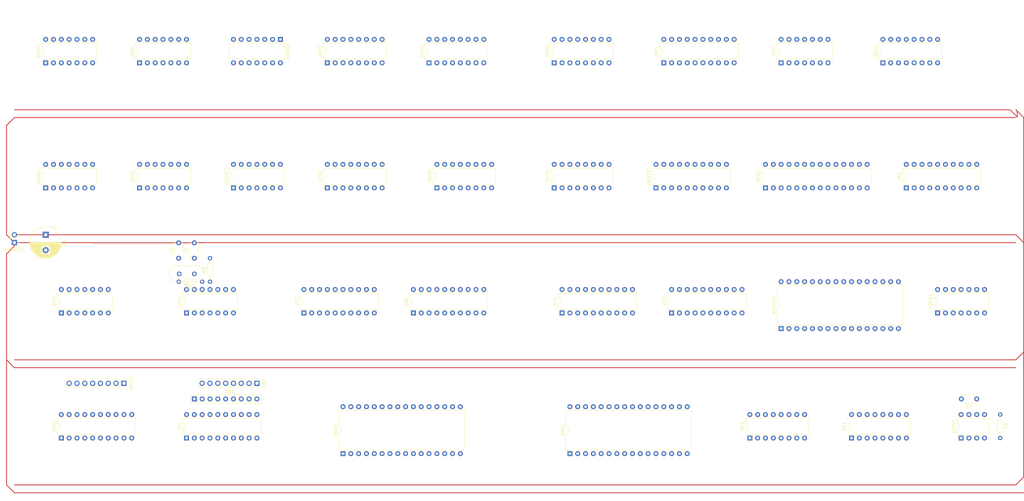
<source format=kicad_pcb>
(kicad_pcb (version 20171130) (host pcbnew "(5.0.0)")
  (layers (0 F.Cu signal) (31 B.Cu signal) (34 B.Paste user) (35 F.Paste user) (36 B.SilkS user) (37 F.SilkS user) (38 B.Mask user) (39 F.Mask user) (44 Edge.Cuts user))
  (net 0 "")
  (net 1 +5V)
  (net 2 GND)
  (net 3 "Net-(ADD1-Pad7)")
  (net 4 /BreadBinCPU/ALU/X2)
  (net 5 /BreadBinCPU/ALU/ADD2)
  (net 6 /BreadBinCPU/ALU/X0)
  (net 7 /BreadBinCPU/ALU/X3)
  (net 8 /BreadBinCPU/ALU/ADD0)
  (net 9 /BreadBinCPU/ALU/X1)
  (net 10 /BreadBinCPU/ALU/ADD3)
  (net 11 "Net-(ADD1-Pad9)")
  (net 12 /BreadBinCPU/ALU/ADD1)
  (net 13 /BreadBinCPU/ALU/X6)
  (net 14 /BreadBinCPU/ALU/ADD6)
  (net 15 /BreadBinCPU/ALU/X4)
  (net 16 /BreadBinCPU/ALU/X7)
  (net 17 /BreadBinCPU/ALU/ADD4)
  (net 18 /BreadBinCPU/ALU/X5)
  (net 19 /BreadBinCPU/ALU/ADD7)
  (net 20 /BreadBinCPU/ALU/OVF)
  (net 21 /BreadBinCPU/ALU/ADD5)
  (net 22 "Net-(AND1-Pad10)")
  (net 23 "Net-(AND2-Pad10)")
  (net 24 "Net-(C1-Pad1)")
  (net 25 "Net-(C2-Pad1)")
  (net 26 "Net-(C3-Pad1)")
  (net 27 /BreadBinCPU/CMD0)
  (net 28 /BreadBinCPU/CMDBRE#)
  (net 29 /BreadBinCPU/CMD1)
  (net 30 "Net-(DEC1-Pad10)")
  (net 31 /BreadBinCPU/CMD2)
  (net 32 /BreadBinCPU/CMDX#)
  (net 33 /BreadBinCPU/CMDOP#)
  (net 34 /BreadBinCPU/CMDOUT#)
  (net 35 /BreadBinCPU/CMDIN#)
  (net 36 /BreadBinCPU/CMDJMP#)
  (net 37 /BreadBinCPU/CMDSET#)
  (net 38 /D7)
  (net 39 "Net-(DRIVER1-Pad2)")
  (net 40 /D6)
  (net 41 "Net-(DRIVER1-Pad3)")
  (net 42 /D5)
  (net 43 "Net-(DRIVER1-Pad4)")
  (net 44 /D4)
  (net 45 "Net-(DRIVER1-Pad5)")
  (net 46 /D3)
  (net 47 "Net-(DRIVER1-Pad6)")
  (net 48 /D2)
  (net 49 "Net-(DRIVER1-Pad7)")
  (net 50 /D1)
  (net 51 "Net-(DRIVER1-Pad8)")
  (net 52 /D0)
  (net 53 "Net-(DRIVER1-Pad9)")
  (net 54 /BreadBinCPU/CLK)
  (net 55 "Net-(IN1-Pad11)")
  (net 56 "Net-(IN1-Pad12)")
  (net 57 "Net-(IN1-Pad13)")
  (net 58 "Net-(IN1-Pad14)")
  (net 59 "Net-(IN1-Pad15)")
  (net 60 "Net-(IN1-Pad16)")
  (net 61 "Net-(IN1-Pad17)")
  (net 62 "Net-(IN1-Pad18)")
  (net 63 "Net-(IN1-Pad19)")
  (net 64 "Net-(INV1-Pad11)")
  (net 65 "Net-(INV1-Pad4)")
  (net 66 "Net-(INV1-Pad10)")
  (net 67 /ROMSEL#)
  (net 68 "Net-(IR1-Pad9)")
  (net 69 "Net-(IR1-Pad8)")
  (net 70 "Net-(IR1-Pad7)")
  (net 71 /BreadBinCPU/PAR4)
  (net 72 "Net-(IR1-Pad6)")
  (net 73 /BreadBinCPU/PAR3)
  (net 74 "Net-(IR1-Pad5)")
  (net 75 /BreadBinCPU/PAR2)
  (net 76 "Net-(IR1-Pad4)")
  (net 77 /BreadBinCPU/PAR1)
  (net 78 "Net-(IR1-Pad3)")
  (net 79 /BreadBinCPU/PAR0)
  (net 80 "Net-(IR1-Pad2)")
  (net 81 "Net-(JOUT1-Pad8)")
  (net 82 "Net-(JOUT1-Pad7)")
  (net 83 "Net-(JOUT1-Pad6)")
  (net 84 "Net-(JOUT1-Pad5)")
  (net 85 "Net-(JOUT1-Pad4)")
  (net 86 "Net-(JOUT1-Pad3)")
  (net 87 "Net-(JOUT1-Pad2)")
  (net 88 "Net-(JOUT1-Pad1)")
  (net 89 /BreadBinCPU/ALU/NND2)
  (net 90 /BreadBinCPU/ALU/NND1)
  (net 91 /BreadBinCPU/ALU/NND3)
  (net 92 /BreadBinCPU/ALU/NND0)
  (net 93 /BreadBinCPU/ALU/NND4)
  (net 94 /BreadBinCPU/ALU/NND7)
  (net 95 /BreadBinCPU/ALU/NND5)
  (net 96 /BreadBinCPU/ALU/NND6)
  (net 97 /BreadBinCPU/RES#)
  (net 98 "Net-(MCODE1-Pad3)")
  (net 99 "Net-(MCODE1-Pad4)")
  (net 100 "Net-(MCODE1-Pad5)")
  (net 101 "Net-(MCODE1-Pad6)")
  (net 102 "Net-(MCODE1-Pad7)")
  (net 103 "Net-(MCODE1-Pad23)")
  (net 104 "Net-(MCODE1-Pad8)")
  (net 105 "Net-(MCODE1-Pad9)")
  (net 106 "Net-(MCODE1-Pad25)")
  (net 107 "Net-(MCODE1-Pad10)")
  (net 108 "Net-(MCODE1-Pad26)")
  (net 109 "Net-(MCODE1-Pad11)")
  (net 110 "Net-(MCODE1-Pad27)")
  (net 111 "Net-(MCODE1-Pad12)")
  (net 112 "Net-(MCODE1-Pad28)")
  (net 113 "Net-(MCODE1-Pad29)")
  (net 114 /BreadBinCPU/ALU/OP1)
  (net 115 /BreadBinCPU/ALU/OP0)
  (net 116 "Net-(NAND1-Pad6)")
  (net 117 "Net-(NAND1-Pad12)")
  (net 118 /BreadBinCPU/ALU/OP2)
  (net 119 "Net-(NAND1-Pad8)")
  (net 120 "Net-(OP1-Pad2)")
  (net 121 "Net-(OP1-Pad12)")
  (net 122 "Net-(OP1-Pad5)")
  (net 123 "Net-(OP1-Pad6)")
  (net 124 "Net-(OP1-Pad9)")
  (net 125 "Net-(OR1-Pad8)")
  (net 126 /WR#)
  (net 127 /RD#)
  (net 128 /BreadBinCPU/BRA#)
  (net 129 "Net-(PC1-Pad15)")
  (net 130 "Net-(PC2-Pad15)")
  (net 131 /RAMSEL#)
  (net 132 /BreadBinCPU/C4)
  (net 133 /BreadBinCPU/C5)
  (net 134 /BreadBinCPU/C3)
  (net 135 /IOSEL#)
  (net 136 "Net-(URES1-Pad9)")
  (net 137 "Net-(URES1-Pad3)")
  (net 138 "Net-(URES1-Pad10)")
  (net 139 "Net-(URES1-Pad4)")
  (net 140 "Net-(URES1-Pad11)")
  (net 141 "Net-(URES1-Pad5)")
  (net 142 "Net-(URES1-Pad12)")
  (net 143 "Net-(URES1-Pad6)")
  (net 144 "Net-(UTIM1-Pad5)")
  (net 145 "Net-(UTIM1-Pad7)")
  (net 146 "Net-(UTIM1-Pad4)")
  (net 147 "Net-(INV1-Pad6)")
  (net 148 "Net-(OR2-Pad8)")
  (net 149 /AD10)
  (net 150 /AD8)
  (net 151 /AD11)
  (net 152 /AD9)
  (net 153 /AD14)
  (net 154 /AD12)
  (net 155 /AD15)
  (net 156 /AD13)
  (net 157 /AD3)
  (net 158 /AD1)
  (net 159 /AD2)
  (net 160 /AD0)
  (net 161 /AD4)
  (net 162 /AD6)
  (net 163 /AD5)
  (net 164 /AD7)
  (net 165 /AD22)
  (net 166 /AD23)
  (net 167 /AD18)
  (net 168 /AD16)
  (net 169 /AD17)
  (module Package_DIP:DIP-16_W7.62mm (layer F.Cu) (at 144.78 73.66 90)
    (fp_text reference ADD1 (at 3.81 -2.33 90) (layer F.SilkS))
    (fp_text value 74HC283)
    (pad 16 thru_hole oval (at 7.62 0 90) (size 1.6 1.6) (drill 0.8) (layers *.Cu *.Mask) (net 1 +5V))
    (pad 8 thru_hole oval (at 0 17.78 90) (size 1.6 1.6) (drill 0.8) (layers *.Cu *.Mask) (net 2 GND))
    (pad 15 thru_hole oval (at 7.62 2.54 90) (size 1.6 1.6) (drill 0.8) (layers *.Cu *.Mask) (net 149 /AD10))
    (pad 7 thru_hole oval (at 0 15.24 90) (size 1.6 1.6) (drill 0.8) (layers *.Cu *.Mask) (net 3 "Net-(ADD1-Pad7)"))
    (pad 14 thru_hole oval (at 7.62 5.08 90) (size 1.6 1.6) (drill 0.8) (layers *.Cu *.Mask) (net 4 /BreadBinCPU/ALU/X2))
    (pad 6 thru_hole oval (at 0 12.7 90) (size 1.6 1.6) (drill 0.8) (layers *.Cu *.Mask) (net 150 /AD8))
    (pad 13 thru_hole oval (at 7.62 7.62 90) (size 1.6 1.6) (drill 0.8) (layers *.Cu *.Mask) (net 5 /BreadBinCPU/ALU/ADD2))
    (pad 5 thru_hole oval (at 0 10.16 90) (size 1.6 1.6) (drill 0.8) (layers *.Cu *.Mask) (net 6 /BreadBinCPU/ALU/X0))
    (pad 12 thru_hole oval (at 7.62 10.16 90) (size 1.6 1.6) (drill 0.8) (layers *.Cu *.Mask) (net 7 /BreadBinCPU/ALU/X3))
    (pad 4 thru_hole oval (at 0 7.62 90) (size 1.6 1.6) (drill 0.8) (layers *.Cu *.Mask) (net 8 /BreadBinCPU/ALU/ADD0))
    (pad 11 thru_hole oval (at 7.62 12.7 90) (size 1.6 1.6) (drill 0.8) (layers *.Cu *.Mask) (net 151 /AD11))
    (pad 3 thru_hole oval (at 0 5.08 90) (size 1.6 1.6) (drill 0.8) (layers *.Cu *.Mask) (net 9 /BreadBinCPU/ALU/X1))
    (pad 10 thru_hole oval (at 7.62 15.24 90) (size 1.6 1.6) (drill 0.8) (layers *.Cu *.Mask) (net 10 /BreadBinCPU/ALU/ADD3))
    (pad 2 thru_hole oval (at 0 2.54 90) (size 1.6 1.6) (drill 0.8) (layers *.Cu *.Mask) (net 152 /AD9))
    (pad 9 thru_hole oval (at 7.62 17.78 90) (size 1.6 1.6) (drill 0.8) (layers *.Cu *.Mask) (net 11 "Net-(ADD1-Pad9)"))
    (pad 1 thru_hole rect (at 0 0 90) (size 1.6 1.6) (drill 0.8) (layers *.Cu *.Mask) (net 12 /BreadBinCPU/ALU/ADD1))
  )
  (module Package_DIP:DIP-16_W7.62mm (layer F.Cu) (at 144.78 114.3 90)
    (fp_text reference ADD2 (at 3.81 -2.33 90) (layer F.SilkS))
    (fp_text value 74HC283)
    (pad 16 thru_hole oval (at 7.62 0 90) (size 1.6 1.6) (drill 0.8) (layers *.Cu *.Mask) (net 1 +5V))
    (pad 8 thru_hole oval (at 0 17.78 90) (size 1.6 1.6) (drill 0.8) (layers *.Cu *.Mask) (net 2 GND))
    (pad 15 thru_hole oval (at 7.62 2.54 90) (size 1.6 1.6) (drill 0.8) (layers *.Cu *.Mask) (net 153 /AD14))
    (pad 7 thru_hole oval (at 0 15.24 90) (size 1.6 1.6) (drill 0.8) (layers *.Cu *.Mask) (net 11 "Net-(ADD1-Pad9)"))
    (pad 14 thru_hole oval (at 7.62 5.08 90) (size 1.6 1.6) (drill 0.8) (layers *.Cu *.Mask) (net 13 /BreadBinCPU/ALU/X6))
    (pad 6 thru_hole oval (at 0 12.7 90) (size 1.6 1.6) (drill 0.8) (layers *.Cu *.Mask) (net 154 /AD12))
    (pad 13 thru_hole oval (at 7.62 7.62 90) (size 1.6 1.6) (drill 0.8) (layers *.Cu *.Mask) (net 14 /BreadBinCPU/ALU/ADD6))
    (pad 5 thru_hole oval (at 0 10.16 90) (size 1.6 1.6) (drill 0.8) (layers *.Cu *.Mask) (net 15 /BreadBinCPU/ALU/X4))
    (pad 12 thru_hole oval (at 7.62 10.16 90) (size 1.6 1.6) (drill 0.8) (layers *.Cu *.Mask) (net 16 /BreadBinCPU/ALU/X7))
    (pad 4 thru_hole oval (at 0 7.62 90) (size 1.6 1.6) (drill 0.8) (layers *.Cu *.Mask) (net 17 /BreadBinCPU/ALU/ADD4))
    (pad 11 thru_hole oval (at 7.62 12.7 90) (size 1.6 1.6) (drill 0.8) (layers *.Cu *.Mask) (net 155 /AD15))
    (pad 3 thru_hole oval (at 0 5.08 90) (size 1.6 1.6) (drill 0.8) (layers *.Cu *.Mask) (net 18 /BreadBinCPU/ALU/X5))
    (pad 10 thru_hole oval (at 7.62 15.24 90) (size 1.6 1.6) (drill 0.8) (layers *.Cu *.Mask) (net 19 /BreadBinCPU/ALU/ADD7))
    (pad 2 thru_hole oval (at 0 2.54 90) (size 1.6 1.6) (drill 0.8) (layers *.Cu *.Mask) (net 156 /AD13))
    (pad 9 thru_hole oval (at 7.62 17.78 90) (size 1.6 1.6) (drill 0.8) (layers *.Cu *.Mask) (net 20 /BreadBinCPU/ALU/OVF))
    (pad 1 thru_hole rect (at 0 0 90) (size 1.6 1.6) (drill 0.8) (layers *.Cu *.Mask) (net 21 /BreadBinCPU/ALU/ADD5))
  )
  (module Package_DIP:DIP-14_W7.62mm (layer F.Cu) (at 83.82 73.66 90)
    (fp_text reference AND1 (at 3.81 -2.33 90) (layer F.SilkS))
    (fp_text value 74HC08)
    (pad 14 thru_hole oval (at 7.62 0 90) (size 1.6 1.6) (drill 0.8) (layers *.Cu *.Mask) (net 1 +5V))
    (pad 7 thru_hole oval (at 0 15.24 90) (size 1.6 1.6) (drill 0.8) (layers *.Cu *.Mask) (net 2 GND))
    (pad 13 thru_hole oval (at 7.62 2.54 90) (size 1.6 1.6) (drill 0.8) (layers *.Cu *.Mask) (net 22 "Net-(AND1-Pad10)"))
    (pad 6 thru_hole oval (at 0 12.7 90) (size 1.6 1.6) (drill 0.8) (layers *.Cu *.Mask) (net 9 /BreadBinCPU/ALU/X1))
    (pad 12 thru_hole oval (at 7.62 5.08 90) (size 1.6 1.6) (drill 0.8) (layers *.Cu *.Mask) (net 157 /AD3))
    (pad 5 thru_hole oval (at 0 10.16 90) (size 1.6 1.6) (drill 0.8) (layers *.Cu *.Mask) (net 22 "Net-(AND1-Pad10)"))
    (pad 11 thru_hole oval (at 7.62 7.62 90) (size 1.6 1.6) (drill 0.8) (layers *.Cu *.Mask) (net 7 /BreadBinCPU/ALU/X3))
    (pad 4 thru_hole oval (at 0 7.62 90) (size 1.6 1.6) (drill 0.8) (layers *.Cu *.Mask) (net 158 /AD1))
    (pad 10 thru_hole oval (at 7.62 10.16 90) (size 1.6 1.6) (drill 0.8) (layers *.Cu *.Mask) (net 22 "Net-(AND1-Pad10)"))
    (pad 3 thru_hole oval (at 0 5.08 90) (size 1.6 1.6) (drill 0.8) (layers *.Cu *.Mask) (net 6 /BreadBinCPU/ALU/X0))
    (pad 9 thru_hole oval (at 7.62 12.7 90) (size 1.6 1.6) (drill 0.8) (layers *.Cu *.Mask) (net 159 /AD2))
    (pad 2 thru_hole oval (at 0 2.54 90) (size 1.6 1.6) (drill 0.8) (layers *.Cu *.Mask) (net 22 "Net-(AND1-Pad10)"))
    (pad 8 thru_hole oval (at 7.62 15.24 90) (size 1.6 1.6) (drill 0.8) (layers *.Cu *.Mask) (net 4 /BreadBinCPU/ALU/X2))
    (pad 1 thru_hole rect (at 0 0 90) (size 1.6 1.6) (drill 0.8) (layers *.Cu *.Mask) (net 160 /AD0))
  )
  (module Package_DIP:DIP-14_W7.62mm (layer F.Cu) (at 83.82 114.3 90)
    (fp_text reference AND2 (at 3.81 -2.33 90) (layer F.SilkS))
    (fp_text value 74HC08)
    (pad 1 thru_hole rect (at 0 0 90) (size 1.6 1.6) (drill 0.8) (layers *.Cu *.Mask) (net 161 /AD4))
    (pad 8 thru_hole oval (at 7.62 15.24 90) (size 1.6 1.6) (drill 0.8) (layers *.Cu *.Mask) (net 13 /BreadBinCPU/ALU/X6))
    (pad 2 thru_hole oval (at 0 2.54 90) (size 1.6 1.6) (drill 0.8) (layers *.Cu *.Mask) (net 23 "Net-(AND2-Pad10)"))
    (pad 9 thru_hole oval (at 7.62 12.7 90) (size 1.6 1.6) (drill 0.8) (layers *.Cu *.Mask) (net 162 /AD6))
    (pad 3 thru_hole oval (at 0 5.08 90) (size 1.6 1.6) (drill 0.8) (layers *.Cu *.Mask) (net 15 /BreadBinCPU/ALU/X4))
    (pad 10 thru_hole oval (at 7.62 10.16 90) (size 1.6 1.6) (drill 0.8) (layers *.Cu *.Mask) (net 23 "Net-(AND2-Pad10)"))
    (pad 4 thru_hole oval (at 0 7.62 90) (size 1.6 1.6) (drill 0.8) (layers *.Cu *.Mask) (net 163 /AD5))
    (pad 11 thru_hole oval (at 7.62 7.62 90) (size 1.6 1.6) (drill 0.8) (layers *.Cu *.Mask) (net 16 /BreadBinCPU/ALU/X7))
    (pad 5 thru_hole oval (at 0 10.16 90) (size 1.6 1.6) (drill 0.8) (layers *.Cu *.Mask) (net 23 "Net-(AND2-Pad10)"))
    (pad 12 thru_hole oval (at 7.62 5.08 90) (size 1.6 1.6) (drill 0.8) (layers *.Cu *.Mask) (net 164 /AD7))
    (pad 6 thru_hole oval (at 0 12.7 90) (size 1.6 1.6) (drill 0.8) (layers *.Cu *.Mask) (net 18 /BreadBinCPU/ALU/X5))
    (pad 13 thru_hole oval (at 7.62 2.54 90) (size 1.6 1.6) (drill 0.8) (layers *.Cu *.Mask) (net 23 "Net-(AND2-Pad10)"))
    (pad 7 thru_hole oval (at 0 15.24 90) (size 1.6 1.6) (drill 0.8) (layers *.Cu *.Mask) (net 2 GND))
    (pad 14 thru_hole oval (at 7.62 0 90) (size 1.6 1.6) (drill 0.8) (layers *.Cu *.Mask) (net 1 +5V))
  )
  (module Capacitor_THT:C_Disc_D4.7mm_W2.5mm_P5.00mm (layer F.Cu) (at 96.52 137.16 90)
    (fp_text reference C1 (at 2.5 -2.5 90) (layer F.SilkS))
    (fp_text value 33pF)
    (pad 2 thru_hole circle (at 5 0 90) (size 1.6 1.6) (drill 0.8) (layers *.Cu *.Mask) (net 2 GND))
    (pad 1 thru_hole circle (at 0 0 90) (size 1.6 1.6) (drill 0.8) (layers *.Cu *.Mask) (net 24 "Net-(C1-Pad1)"))
  )
  (module Capacitor_THT:C_Disc_D4.7mm_W2.5mm_P5.00mm (layer F.Cu) (at 101.6 137.16 90)
    (fp_text reference C2 (at 2.5 -2.5 90) (layer F.SilkS))
    (fp_text value 33pF)
    (pad 1 thru_hole circle (at 0 0 90) (size 1.6 1.6) (drill 0.8) (layers *.Cu *.Mask) (net 25 "Net-(C2-Pad1)"))
    (pad 2 thru_hole circle (at 5 0 90) (size 1.6 1.6) (drill 0.8) (layers *.Cu *.Mask) (net 2 GND))
  )
  (module Capacitor_THT:C_Disc_D4.7mm_W2.5mm_P5.00mm (layer F.Cu) (at 355.6 182.88 180)
    (fp_text reference C3 (at 2.5 -2.5 180) (layer F.SilkS))
    (fp_text value 10uF)
    (pad 1 thru_hole circle (at 0 0 180) (size 1.6 1.6) (drill 0.8) (layers *.Cu *.Mask) (net 26 "Net-(C3-Pad1)"))
    (pad 2 thru_hole circle (at 5 0 180) (size 1.6 1.6) (drill 0.8) (layers *.Cu *.Mask) (net 1 +5V))
  )
  (module Capacitor_THT:CP_Radial_D10.0mm_P5.00mm (layer F.Cu) (at 53.34 129.54 270)
    (fp_text reference C4 (at 2.5 -6.25 270) (layer F.SilkS))
    (fp_text value 100uF)
    (pad 1 thru_hole rect (at 0 0 270) (size 2 2) (drill 1) (layers *.Cu *.Mask) (net 1 +5V))
    (pad 2 thru_hole circle (at 5 0 270) (size 2 2) (drill 1) (layers *.Cu *.Mask) (net 2 GND))
  )
  (module Package_DIP:DIP-16_W7.62mm (layer F.Cu) (at 325.12 73.66 90)
    (fp_text reference DEC1 (at 3.81 -2.33 90) (layer F.SilkS))
    (fp_text value 74HC138)
    (pad 1 thru_hole rect (at 0 0 90) (size 1.6 1.6) (drill 0.8) (layers *.Cu *.Mask) (net 27 /BreadBinCPU/CMD0))
    (pad 9 thru_hole oval (at 7.62 17.78 90) (size 1.6 1.6) (drill 0.8) (layers *.Cu *.Mask) (net 28 /BreadBinCPU/CMDBRE#))
    (pad 2 thru_hole oval (at 0 2.54 90) (size 1.6 1.6) (drill 0.8) (layers *.Cu *.Mask) (net 29 /BreadBinCPU/CMD1))
    (pad 10 thru_hole oval (at 7.62 15.24 90) (size 1.6 1.6) (drill 0.8) (layers *.Cu *.Mask) (net 30 "Net-(DEC1-Pad10)"))
    (pad 3 thru_hole oval (at 0 5.08 90) (size 1.6 1.6) (drill 0.8) (layers *.Cu *.Mask) (net 31 /BreadBinCPU/CMD2))
    (pad 11 thru_hole oval (at 7.62 12.7 90) (size 1.6 1.6) (drill 0.8) (layers *.Cu *.Mask) (net 32 /BreadBinCPU/CMDX#))
    (pad 4 thru_hole oval (at 0 7.62 90) (size 1.6 1.6) (drill 0.8) (layers *.Cu *.Mask) (net 2 GND))
    (pad 12 thru_hole oval (at 7.62 10.16 90) (size 1.6 1.6) (drill 0.8) (layers *.Cu *.Mask) (net 33 /BreadBinCPU/CMDOP#))
    (pad 5 thru_hole oval (at 0 10.16 90) (size 1.6 1.6) (drill 0.8) (layers *.Cu *.Mask) (net 2 GND))
    (pad 13 thru_hole oval (at 7.62 7.62 90) (size 1.6 1.6) (drill 0.8) (layers *.Cu *.Mask) (net 34 /BreadBinCPU/CMDOUT#))
    (pad 6 thru_hole oval (at 0 12.7 90) (size 1.6 1.6) (drill 0.8) (layers *.Cu *.Mask) (net 1 +5V))
    (pad 14 thru_hole oval (at 7.62 5.08 90) (size 1.6 1.6) (drill 0.8) (layers *.Cu *.Mask) (net 35 /BreadBinCPU/CMDIN#))
    (pad 7 thru_hole oval (at 0 15.24 90) (size 1.6 1.6) (drill 0.8) (layers *.Cu *.Mask) (net 36 /BreadBinCPU/CMDJMP#))
    (pad 15 thru_hole oval (at 7.62 2.54 90) (size 1.6 1.6) (drill 0.8) (layers *.Cu *.Mask) (net 37 /BreadBinCPU/CMDSET#))
    (pad 8 thru_hole oval (at 0 17.78 90) (size 1.6 1.6) (drill 0.8) (layers *.Cu *.Mask) (net 2 GND))
    (pad 16 thru_hole oval (at 7.62 0 90) (size 1.6 1.6) (drill 0.8) (layers *.Cu *.Mask) (net 1 +5V))
  )
  (module Package_DIP:DIP-20_W7.62mm (layer F.Cu) (at 251.46 114.3 90)
    (fp_text reference DRIVER1 (at 3.81 -2.33 90) (layer F.SilkS))
    (fp_text value 74HC541)
    (pad 1 thru_hole rect (at 0 0 90) (size 1.6 1.6) (drill 0.8) (layers *.Cu *.Mask) (net 37 /BreadBinCPU/CMDSET#))
    (pad 11 thru_hole oval (at 7.62 22.86 90) (size 1.6 1.6) (drill 0.8) (layers *.Cu *.Mask) (net 38 /D7))
    (pad 2 thru_hole oval (at 0 2.54 90) (size 1.6 1.6) (drill 0.8) (layers *.Cu *.Mask) (net 39 "Net-(DRIVER1-Pad2)"))
    (pad 12 thru_hole oval (at 7.62 20.32 90) (size 1.6 1.6) (drill 0.8) (layers *.Cu *.Mask) (net 40 /D6))
    (pad 3 thru_hole oval (at 0 5.08 90) (size 1.6 1.6) (drill 0.8) (layers *.Cu *.Mask) (net 41 "Net-(DRIVER1-Pad3)"))
    (pad 13 thru_hole oval (at 7.62 17.78 90) (size 1.6 1.6) (drill 0.8) (layers *.Cu *.Mask) (net 42 /D5))
    (pad 4 thru_hole oval (at 0 7.62 90) (size 1.6 1.6) (drill 0.8) (layers *.Cu *.Mask) (net 43 "Net-(DRIVER1-Pad4)"))
    (pad 14 thru_hole oval (at 7.62 15.24 90) (size 1.6 1.6) (drill 0.8) (layers *.Cu *.Mask) (net 44 /D4))
    (pad 5 thru_hole oval (at 0 10.16 90) (size 1.6 1.6) (drill 0.8) (layers *.Cu *.Mask) (net 45 "Net-(DRIVER1-Pad5)"))
    (pad 15 thru_hole oval (at 7.62 12.7 90) (size 1.6 1.6) (drill 0.8) (layers *.Cu *.Mask) (net 46 /D3))
    (pad 6 thru_hole oval (at 0 12.7 90) (size 1.6 1.6) (drill 0.8) (layers *.Cu *.Mask) (net 47 "Net-(DRIVER1-Pad6)"))
    (pad 16 thru_hole oval (at 7.62 10.16 90) (size 1.6 1.6) (drill 0.8) (layers *.Cu *.Mask) (net 48 /D2))
    (pad 7 thru_hole oval (at 0 15.24 90) (size 1.6 1.6) (drill 0.8) (layers *.Cu *.Mask) (net 49 "Net-(DRIVER1-Pad7)"))
    (pad 17 thru_hole oval (at 7.62 7.62 90) (size 1.6 1.6) (drill 0.8) (layers *.Cu *.Mask) (net 50 /D1))
    (pad 8 thru_hole oval (at 0 17.78 90) (size 1.6 1.6) (drill 0.8) (layers *.Cu *.Mask) (net 51 "Net-(DRIVER1-Pad8)"))
    (pad 18 thru_hole oval (at 7.62 5.08 90) (size 1.6 1.6) (drill 0.8) (layers *.Cu *.Mask) (net 52 /D0))
    (pad 9 thru_hole oval (at 0 20.32 90) (size 1.6 1.6) (drill 0.8) (layers *.Cu *.Mask) (net 53 "Net-(DRIVER1-Pad9)"))
    (pad 19 thru_hole oval (at 7.62 2.54 90) (size 1.6 1.6) (drill 0.8) (layers *.Cu *.Mask) (net 54 /BreadBinCPU/CLK))
    (pad 10 thru_hole oval (at 0 22.86 90) (size 1.6 1.6) (drill 0.8) (layers *.Cu *.Mask) (net 2 GND))
    (pad 20 thru_hole oval (at 7.62 0 90) (size 1.6 1.6) (drill 0.8) (layers *.Cu *.Mask) (net 1 +5V))
  )
  (module Package_DIP:DIP-20_W7.62mm (layer F.Cu) (at 99.06 195.58 90)
    (fp_text reference IN1 (at 3.81 -2.33 90) (layer F.SilkS))
    (fp_text value 74HC245)
    (pad 1 thru_hole rect (at 0 0 90) (size 1.6 1.6) (drill 0.8) (layers *.Cu *.Mask) (net 2 GND))
    (pad 11 thru_hole oval (at 7.62 22.86 90) (size 1.6 1.6) (drill 0.8) (layers *.Cu *.Mask) (net 55 "Net-(IN1-Pad11)"))
    (pad 2 thru_hole oval (at 0 2.54 90) (size 1.6 1.6) (drill 0.8) (layers *.Cu *.Mask) (net 38 /D7))
    (pad 12 thru_hole oval (at 7.62 20.32 90) (size 1.6 1.6) (drill 0.8) (layers *.Cu *.Mask) (net 56 "Net-(IN1-Pad12)"))
    (pad 3 thru_hole oval (at 0 5.08 90) (size 1.6 1.6) (drill 0.8) (layers *.Cu *.Mask) (net 40 /D6))
    (pad 13 thru_hole oval (at 7.62 17.78 90) (size 1.6 1.6) (drill 0.8) (layers *.Cu *.Mask) (net 57 "Net-(IN1-Pad13)"))
    (pad 4 thru_hole oval (at 0 7.62 90) (size 1.6 1.6) (drill 0.8) (layers *.Cu *.Mask) (net 42 /D5))
    (pad 14 thru_hole oval (at 7.62 15.24 90) (size 1.6 1.6) (drill 0.8) (layers *.Cu *.Mask) (net 58 "Net-(IN1-Pad14)"))
    (pad 5 thru_hole oval (at 0 10.16 90) (size 1.6 1.6) (drill 0.8) (layers *.Cu *.Mask) (net 44 /D4))
    (pad 15 thru_hole oval (at 7.62 12.7 90) (size 1.6 1.6) (drill 0.8) (layers *.Cu *.Mask) (net 59 "Net-(IN1-Pad15)"))
    (pad 6 thru_hole oval (at 0 12.7 90) (size 1.6 1.6) (drill 0.8) (layers *.Cu *.Mask) (net 46 /D3))
    (pad 16 thru_hole oval (at 7.62 10.16 90) (size 1.6 1.6) (drill 0.8) (layers *.Cu *.Mask) (net 60 "Net-(IN1-Pad16)"))
    (pad 7 thru_hole oval (at 0 15.24 90) (size 1.6 1.6) (drill 0.8) (layers *.Cu *.Mask) (net 48 /D2))
    (pad 17 thru_hole oval (at 7.62 7.62 90) (size 1.6 1.6) (drill 0.8) (layers *.Cu *.Mask) (net 61 "Net-(IN1-Pad17)"))
    (pad 8 thru_hole oval (at 0 17.78 90) (size 1.6 1.6) (drill 0.8) (layers *.Cu *.Mask) (net 50 /D1))
    (pad 18 thru_hole oval (at 7.62 5.08 90) (size 1.6 1.6) (drill 0.8) (layers *.Cu *.Mask) (net 62 "Net-(IN1-Pad18)"))
    (pad 9 thru_hole oval (at 0 20.32 90) (size 1.6 1.6) (drill 0.8) (layers *.Cu *.Mask) (net 52 /D0))
    (pad 19 thru_hole oval (at 7.62 2.54 90) (size 1.6 1.6) (drill 0.8) (layers *.Cu *.Mask) (net 63 "Net-(IN1-Pad19)"))
    (pad 10 thru_hole oval (at 0 22.86 90) (size 1.6 1.6) (drill 0.8) (layers *.Cu *.Mask) (net 2 GND))
    (pad 20 thru_hole oval (at 7.62 0 90) (size 1.6 1.6) (drill 0.8) (layers *.Cu *.Mask) (net 1 +5V))
  )
  (module Package_DIP:DIP-14_W7.62mm (layer F.Cu) (at 99.06 154.94 90)
    (fp_text reference INV1 (at 3.81 -2.33 90) (layer F.SilkS))
    (fp_text value 74HC04)
    (pad 14 thru_hole oval (at 7.62 0 90) (size 1.6 1.6) (drill 0.8) (layers *.Cu *.Mask) (net 1 +5V))
    (pad 7 thru_hole oval (at 0 15.24 90) (size 1.6 1.6) (drill 0.8) (layers *.Cu *.Mask) (net 2 GND))
    (pad 13 thru_hole oval (at 7.62 2.54 90) (size 1.6 1.6) (drill 0.8) (layers *.Cu *.Mask) (net 25 "Net-(C2-Pad1)"))
    (pad 6 thru_hole oval (at 0 12.7 90) (size 1.6 1.6) (drill 0.8) (layers *.Cu *.Mask) (net 147 "Net-(INV1-Pad6)"))
    (pad 12 thru_hole oval (at 7.62 5.08 90) (size 1.6 1.6) (drill 0.8) (layers *.Cu *.Mask) (net 64 "Net-(INV1-Pad11)"))
    (pad 5 thru_hole oval (at 0 10.16 90) (size 1.6 1.6) (drill 0.8) (layers *.Cu *.Mask) (net 2 GND))
    (pad 11 thru_hole oval (at 7.62 7.62 90) (size 1.6 1.6) (drill 0.8) (layers *.Cu *.Mask) (net 64 "Net-(INV1-Pad11)"))
    (pad 4 thru_hole oval (at 0 7.62 90) (size 1.6 1.6) (drill 0.8) (layers *.Cu *.Mask) (net 65 "Net-(INV1-Pad4)"))
    (pad 10 thru_hole oval (at 7.62 10.16 90) (size 1.6 1.6) (drill 0.8) (layers *.Cu *.Mask) (net 66 "Net-(INV1-Pad10)"))
    (pad 3 thru_hole oval (at 0 5.08 90) (size 1.6 1.6) (drill 0.8) (layers *.Cu *.Mask) (net 165 /AD22))
    (pad 9 thru_hole oval (at 7.62 12.7 90) (size 1.6 1.6) (drill 0.8) (layers *.Cu *.Mask) (net 66 "Net-(INV1-Pad10)"))
    (pad 2 thru_hole oval (at 0 2.54 90) (size 1.6 1.6) (drill 0.8) (layers *.Cu *.Mask) (net 67 /ROMSEL#))
    (pad 8 thru_hole oval (at 7.62 15.24 90) (size 1.6 1.6) (drill 0.8) (layers *.Cu *.Mask) (net 54 /BreadBinCPU/CLK))
    (pad 1 thru_hole rect (at 0 0 90) (size 1.6 1.6) (drill 0.8) (layers *.Cu *.Mask) (net 166 /AD23))
  )
  (module Package_DIP:DIP-20_W7.62mm (layer F.Cu) (at 332.74 114.3 90)
    (fp_text reference IR1 (at 3.81 -2.33 90) (layer F.SilkS))
    (fp_text value 74HC574)
    (pad 20 thru_hole oval (at 7.62 0 90) (size 1.6 1.6) (drill 0.8) (layers *.Cu *.Mask) (net 1 +5V))
    (pad 10 thru_hole oval (at 0 22.86 90) (size 1.6 1.6) (drill 0.8) (layers *.Cu *.Mask) (net 2 GND))
    (pad 19 thru_hole oval (at 7.62 2.54 90) (size 1.6 1.6) (drill 0.8) (layers *.Cu *.Mask) (net 31 /BreadBinCPU/CMD2))
    (pad 9 thru_hole oval (at 0 20.32 90) (size 1.6 1.6) (drill 0.8) (layers *.Cu *.Mask) (net 68 "Net-(IR1-Pad9)"))
    (pad 18 thru_hole oval (at 7.62 5.08 90) (size 1.6 1.6) (drill 0.8) (layers *.Cu *.Mask) (net 29 /BreadBinCPU/CMD1))
    (pad 8 thru_hole oval (at 0 17.78 90) (size 1.6 1.6) (drill 0.8) (layers *.Cu *.Mask) (net 69 "Net-(IR1-Pad8)"))
    (pad 17 thru_hole oval (at 7.62 7.62 90) (size 1.6 1.6) (drill 0.8) (layers *.Cu *.Mask) (net 27 /BreadBinCPU/CMD0))
    (pad 7 thru_hole oval (at 0 15.24 90) (size 1.6 1.6) (drill 0.8) (layers *.Cu *.Mask) (net 70 "Net-(IR1-Pad7)"))
    (pad 16 thru_hole oval (at 7.62 10.16 90) (size 1.6 1.6) (drill 0.8) (layers *.Cu *.Mask) (net 71 /BreadBinCPU/PAR4))
    (pad 6 thru_hole oval (at 0 12.7 90) (size 1.6 1.6) (drill 0.8) (layers *.Cu *.Mask) (net 72 "Net-(IR1-Pad6)"))
    (pad 15 thru_hole oval (at 7.62 12.7 90) (size 1.6 1.6) (drill 0.8) (layers *.Cu *.Mask) (net 73 /BreadBinCPU/PAR3))
    (pad 5 thru_hole oval (at 0 10.16 90) (size 1.6 1.6) (drill 0.8) (layers *.Cu *.Mask) (net 74 "Net-(IR1-Pad5)"))
    (pad 14 thru_hole oval (at 7.62 15.24 90) (size 1.6 1.6) (drill 0.8) (layers *.Cu *.Mask) (net 75 /BreadBinCPU/PAR2))
    (pad 4 thru_hole oval (at 0 7.62 90) (size 1.6 1.6) (drill 0.8) (layers *.Cu *.Mask) (net 76 "Net-(IR1-Pad4)"))
    (pad 13 thru_hole oval (at 7.62 17.78 90) (size 1.6 1.6) (drill 0.8) (layers *.Cu *.Mask) (net 77 /BreadBinCPU/PAR1))
    (pad 3 thru_hole oval (at 0 5.08 90) (size 1.6 1.6) (drill 0.8) (layers *.Cu *.Mask) (net 78 "Net-(IR1-Pad3)"))
    (pad 12 thru_hole oval (at 7.62 20.32 90) (size 1.6 1.6) (drill 0.8) (layers *.Cu *.Mask) (net 79 /BreadBinCPU/PAR0))
    (pad 2 thru_hole oval (at 0 2.54 90) (size 1.6 1.6) (drill 0.8) (layers *.Cu *.Mask) (net 80 "Net-(IR1-Pad2)"))
    (pad 11 thru_hole oval (at 7.62 22.86 90) (size 1.6 1.6) (drill 0.8) (layers *.Cu *.Mask) (net 54 /BreadBinCPU/CLK))
    (pad 1 thru_hole rect (at 0 0 90) (size 1.6 1.6) (drill 0.8) (layers *.Cu *.Mask) (net 2 GND))
  )
  (module Package_DIP:DIP-14_W7.62mm (layer F.Cu) (at 129.54 66.04 270)
    (fp_text reference LOGIC1 (at 3.81 -2.33 270) (layer F.SilkS))
    (fp_text value 74HC00)
    (pad 14 thru_hole oval (at 7.62 0 270) (size 1.6 1.6) (drill 0.8) (layers *.Cu *.Mask) (net 1 +5V))
    (pad 7 thru_hole oval (at 0 15.24 270) (size 1.6 1.6) (drill 0.8) (layers *.Cu *.Mask) (net 2 GND))
    (pad 13 thru_hole oval (at 7.62 2.54 270) (size 1.6 1.6) (drill 0.8) (layers *.Cu *.Mask) (net 152 /AD9))
    (pad 6 thru_hole oval (at 0 12.7 270) (size 1.6 1.6) (drill 0.8) (layers *.Cu *.Mask) (net 89 /BreadBinCPU/ALU/NND2))
    (pad 12 thru_hole oval (at 7.62 5.08 270) (size 1.6 1.6) (drill 0.8) (layers *.Cu *.Mask) (net 9 /BreadBinCPU/ALU/X1))
    (pad 5 thru_hole oval (at 0 10.16 270) (size 1.6 1.6) (drill 0.8) (layers *.Cu *.Mask) (net 4 /BreadBinCPU/ALU/X2))
    (pad 11 thru_hole oval (at 7.62 7.62 270) (size 1.6 1.6) (drill 0.8) (layers *.Cu *.Mask) (net 90 /BreadBinCPU/ALU/NND1))
    (pad 4 thru_hole oval (at 0 7.62 270) (size 1.6 1.6) (drill 0.8) (layers *.Cu *.Mask) (net 149 /AD10))
    (pad 10 thru_hole oval (at 7.62 10.16 270) (size 1.6 1.6) (drill 0.8) (layers *.Cu *.Mask) (net 150 /AD8))
    (pad 3 thru_hole oval (at 0 5.08 270) (size 1.6 1.6) (drill 0.8) (layers *.Cu *.Mask) (net 91 /BreadBinCPU/ALU/NND3))
    (pad 9 thru_hole oval (at 7.62 12.7 270) (size 1.6 1.6) (drill 0.8) (layers *.Cu *.Mask) (net 6 /BreadBinCPU/ALU/X0))
    (pad 2 thru_hole oval (at 0 2.54 270) (size 1.6 1.6) (drill 0.8) (layers *.Cu *.Mask) (net 7 /BreadBinCPU/ALU/X3))
    (pad 8 thru_hole oval (at 7.62 15.24 270) (size 1.6 1.6) (drill 0.8) (layers *.Cu *.Mask) (net 92 /BreadBinCPU/ALU/NND0))
    (pad 1 thru_hole rect (at 0 0 270) (size 1.6 1.6) (drill 0.8) (layers *.Cu *.Mask) (net 151 /AD11))
  )
  (module Package_DIP:DIP-14_W7.62mm (layer F.Cu) (at 114.3 114.3 90)
    (fp_text reference LOGIC2 (at 3.81 -2.33 90) (layer F.SilkS))
    (fp_text value 74HC00)
    (pad 1 thru_hole rect (at 0 0 90) (size 1.6 1.6) (drill 0.8) (layers *.Cu *.Mask) (net 155 /AD15))
    (pad 8 thru_hole oval (at 7.62 15.24 90) (size 1.6 1.6) (drill 0.8) (layers *.Cu *.Mask) (net 93 /BreadBinCPU/ALU/NND4))
    (pad 2 thru_hole oval (at 0 2.54 90) (size 1.6 1.6) (drill 0.8) (layers *.Cu *.Mask) (net 16 /BreadBinCPU/ALU/X7))
    (pad 9 thru_hole oval (at 7.62 12.7 90) (size 1.6 1.6) (drill 0.8) (layers *.Cu *.Mask) (net 15 /BreadBinCPU/ALU/X4))
    (pad 3 thru_hole oval (at 0 5.08 90) (size 1.6 1.6) (drill 0.8) (layers *.Cu *.Mask) (net 94 /BreadBinCPU/ALU/NND7))
    (pad 10 thru_hole oval (at 7.62 10.16 90) (size 1.6 1.6) (drill 0.8) (layers *.Cu *.Mask) (net 154 /AD12))
    (pad 4 thru_hole oval (at 0 7.62 90) (size 1.6 1.6) (drill 0.8) (layers *.Cu *.Mask) (net 153 /AD14))
    (pad 11 thru_hole oval (at 7.62 7.62 90) (size 1.6 1.6) (drill 0.8) (layers *.Cu *.Mask) (net 95 /BreadBinCPU/ALU/NND5))
    (pad 5 thru_hole oval (at 0 10.16 90) (size 1.6 1.6) (drill 0.8) (layers *.Cu *.Mask) (net 13 /BreadBinCPU/ALU/X6))
    (pad 12 thru_hole oval (at 7.62 5.08 90) (size 1.6 1.6) (drill 0.8) (layers *.Cu *.Mask) (net 18 /BreadBinCPU/ALU/X5))
    (pad 6 thru_hole oval (at 0 12.7 90) (size 1.6 1.6) (drill 0.8) (layers *.Cu *.Mask) (net 96 /BreadBinCPU/ALU/NND6))
    (pad 13 thru_hole oval (at 7.62 2.54 90) (size 1.6 1.6) (drill 0.8) (layers *.Cu *.Mask) (net 156 /AD13))
    (pad 7 thru_hole oval (at 0 15.24 90) (size 1.6 1.6) (drill 0.8) (layers *.Cu *.Mask) (net 2 GND))
    (pad 14 thru_hole oval (at 7.62 0 90) (size 1.6 1.6) (drill 0.8) (layers *.Cu *.Mask) (net 1 +5V))
  )
  (module Package_DIP:DIP-16_W7.62mm (layer F.Cu) (at 177.8 73.66 90)
    (fp_text reference MUX1 (at 3.81 -2.33 90) (layer F.SilkS))
    (fp_text value 74HC153)
    (pad 1 thru_hole rect (at 0 0 90) (size 1.6 1.6) (drill 0.8) (layers *.Cu *.Mask) (net 2 GND))
    (pad 9 thru_hole oval (at 7.62 17.78 90) (size 1.6 1.6) (drill 0.8) (layers *.Cu *.Mask) (net 41 "Net-(DRIVER1-Pad3)"))
    (pad 2 thru_hole oval (at 0 2.54 90) (size 1.6 1.6) (drill 0.8) (layers *.Cu *.Mask) (net 114 /BreadBinCPU/ALU/OP1))
    (pad 10 thru_hole oval (at 7.62 15.24 90) (size 1.6 1.6) (drill 0.8) (layers *.Cu *.Mask) (net 12 /BreadBinCPU/ALU/ADD1))
    (pad 3 thru_hole oval (at 0 5.08 90) (size 1.6 1.6) (drill 0.8) (layers *.Cu *.Mask) (net 16 /BreadBinCPU/ALU/X7))
    (pad 11 thru_hole oval (at 7.62 12.7 90) (size 1.6 1.6) (drill 0.8) (layers *.Cu *.Mask) (net 2 GND))
    (pad 4 thru_hole oval (at 0 7.62 90) (size 1.6 1.6) (drill 0.8) (layers *.Cu *.Mask) (net 92 /BreadBinCPU/ALU/NND0))
    (pad 12 thru_hole oval (at 7.62 10.16 90) (size 1.6 1.6) (drill 0.8) (layers *.Cu *.Mask) (net 90 /BreadBinCPU/ALU/NND1))
    (pad 5 thru_hole oval (at 0 10.16 90) (size 1.6 1.6) (drill 0.8) (layers *.Cu *.Mask) (net 20 /BreadBinCPU/ALU/OVF))
    (pad 13 thru_hole oval (at 7.62 7.62 90) (size 1.6 1.6) (drill 0.8) (layers *.Cu *.Mask) (net 13 /BreadBinCPU/ALU/X6))
    (pad 6 thru_hole oval (at 0 12.7 90) (size 1.6 1.6) (drill 0.8) (layers *.Cu *.Mask) (net 8 /BreadBinCPU/ALU/ADD0))
    (pad 14 thru_hole oval (at 7.62 5.08 90) (size 1.6 1.6) (drill 0.8) (layers *.Cu *.Mask) (net 115 /BreadBinCPU/ALU/OP0))
    (pad 7 thru_hole oval (at 0 15.24 90) (size 1.6 1.6) (drill 0.8) (layers *.Cu *.Mask) (net 39 "Net-(DRIVER1-Pad2)"))
    (pad 15 thru_hole oval (at 7.62 2.54 90) (size 1.6 1.6) (drill 0.8) (layers *.Cu *.Mask) (net 2 GND))
    (pad 8 thru_hole oval (at 0 17.78 90) (size 1.6 1.6) (drill 0.8) (layers *.Cu *.Mask) (net 2 GND))
    (pad 16 thru_hole oval (at 7.62 0 90) (size 1.6 1.6) (drill 0.8) (layers *.Cu *.Mask) (net 1 +5V))
  )
  (module Package_DIP:DIP-16_W7.62mm (layer F.Cu) (at 218.44 73.66 90)
    (fp_text reference MUX2 (at 3.81 -2.33 90) (layer F.SilkS))
    (fp_text value 74HC153)
    (pad 1 thru_hole rect (at 0 0 90) (size 1.6 1.6) (drill 0.8) (layers *.Cu *.Mask) (net 2 GND))
    (pad 9 thru_hole oval (at 7.62 17.78 90) (size 1.6 1.6) (drill 0.8) (layers *.Cu *.Mask) (net 45 "Net-(DRIVER1-Pad5)"))
    (pad 2 thru_hole oval (at 0 2.54 90) (size 1.6 1.6) (drill 0.8) (layers *.Cu *.Mask) (net 114 /BreadBinCPU/ALU/OP1))
    (pad 10 thru_hole oval (at 7.62 15.24 90) (size 1.6 1.6) (drill 0.8) (layers *.Cu *.Mask) (net 10 /BreadBinCPU/ALU/ADD3))
    (pad 3 thru_hole oval (at 0 5.08 90) (size 1.6 1.6) (drill 0.8) (layers *.Cu *.Mask) (net 18 /BreadBinCPU/ALU/X5))
    (pad 11 thru_hole oval (at 7.62 12.7 90) (size 1.6 1.6) (drill 0.8) (layers *.Cu *.Mask) (net 2 GND))
    (pad 4 thru_hole oval (at 0 7.62 90) (size 1.6 1.6) (drill 0.8) (layers *.Cu *.Mask) (net 89 /BreadBinCPU/ALU/NND2))
    (pad 12 thru_hole oval (at 7.62 10.16 90) (size 1.6 1.6) (drill 0.8) (layers *.Cu *.Mask) (net 91 /BreadBinCPU/ALU/NND3))
    (pad 5 thru_hole oval (at 0 10.16 90) (size 1.6 1.6) (drill 0.8) (layers *.Cu *.Mask) (net 2 GND))
    (pad 13 thru_hole oval (at 7.62 7.62 90) (size 1.6 1.6) (drill 0.8) (layers *.Cu *.Mask) (net 15 /BreadBinCPU/ALU/X4))
    (pad 6 thru_hole oval (at 0 12.7 90) (size 1.6 1.6) (drill 0.8) (layers *.Cu *.Mask) (net 5 /BreadBinCPU/ALU/ADD2))
    (pad 14 thru_hole oval (at 7.62 5.08 90) (size 1.6 1.6) (drill 0.8) (layers *.Cu *.Mask) (net 115 /BreadBinCPU/ALU/OP0))
    (pad 7 thru_hole oval (at 0 15.24 90) (size 1.6 1.6) (drill 0.8) (layers *.Cu *.Mask) (net 43 "Net-(DRIVER1-Pad4)"))
    (pad 15 thru_hole oval (at 7.62 2.54 90) (size 1.6 1.6) (drill 0.8) (layers *.Cu *.Mask) (net 2 GND))
    (pad 8 thru_hole oval (at 0 17.78 90) (size 1.6 1.6) (drill 0.8) (layers *.Cu *.Mask) (net 2 GND))
    (pad 16 thru_hole oval (at 7.62 0 90) (size 1.6 1.6) (drill 0.8) (layers *.Cu *.Mask) (net 1 +5V))
  )
  (module Package_DIP:DIP-16_W7.62mm (layer F.Cu) (at 180.34 114.3 90)
    (fp_text reference MUX3 (at 3.81 -2.33 90) (layer F.SilkS))
    (fp_text value 74HC153)
    (pad 16 thru_hole oval (at 7.62 0 90) (size 1.6 1.6) (drill 0.8) (layers *.Cu *.Mask) (net 1 +5V))
    (pad 8 thru_hole oval (at 0 17.78 90) (size 1.6 1.6) (drill 0.8) (layers *.Cu *.Mask) (net 2 GND))
    (pad 15 thru_hole oval (at 7.62 2.54 90) (size 1.6 1.6) (drill 0.8) (layers *.Cu *.Mask) (net 2 GND))
    (pad 7 thru_hole oval (at 0 15.24 90) (size 1.6 1.6) (drill 0.8) (layers *.Cu *.Mask) (net 47 "Net-(DRIVER1-Pad6)"))
    (pad 14 thru_hole oval (at 7.62 5.08 90) (size 1.6 1.6) (drill 0.8) (layers *.Cu *.Mask) (net 115 /BreadBinCPU/ALU/OP0))
    (pad 6 thru_hole oval (at 0 12.7 90) (size 1.6 1.6) (drill 0.8) (layers *.Cu *.Mask) (net 17 /BreadBinCPU/ALU/ADD4))
    (pad 13 thru_hole oval (at 7.62 7.62 90) (size 1.6 1.6) (drill 0.8) (layers *.Cu *.Mask) (net 4 /BreadBinCPU/ALU/X2))
    (pad 5 thru_hole oval (at 0 10.16 90) (size 1.6 1.6) (drill 0.8) (layers *.Cu *.Mask) (net 2 GND))
    (pad 12 thru_hole oval (at 7.62 10.16 90) (size 1.6 1.6) (drill 0.8) (layers *.Cu *.Mask) (net 95 /BreadBinCPU/ALU/NND5))
    (pad 4 thru_hole oval (at 0 7.62 90) (size 1.6 1.6) (drill 0.8) (layers *.Cu *.Mask) (net 93 /BreadBinCPU/ALU/NND4))
    (pad 11 thru_hole oval (at 7.62 12.7 90) (size 1.6 1.6) (drill 0.8) (layers *.Cu *.Mask) (net 2 GND))
    (pad 3 thru_hole oval (at 0 5.08 90) (size 1.6 1.6) (drill 0.8) (layers *.Cu *.Mask) (net 7 /BreadBinCPU/ALU/X3))
    (pad 10 thru_hole oval (at 7.62 15.24 90) (size 1.6 1.6) (drill 0.8) (layers *.Cu *.Mask) (net 21 /BreadBinCPU/ALU/ADD5))
    (pad 2 thru_hole oval (at 0 2.54 90) (size 1.6 1.6) (drill 0.8) (layers *.Cu *.Mask) (net 114 /BreadBinCPU/ALU/OP1))
    (pad 9 thru_hole oval (at 7.62 17.78 90) (size 1.6 1.6) (drill 0.8) (layers *.Cu *.Mask) (net 49 "Net-(DRIVER1-Pad7)"))
    (pad 1 thru_hole rect (at 0 0 90) (size 1.6 1.6) (drill 0.8) (layers *.Cu *.Mask) (net 2 GND))
  )
  (module Package_DIP:DIP-16_W7.62mm (layer F.Cu) (at 218.44 114.3 90)
    (fp_text reference MUX4 (at 3.81 -2.33 90) (layer F.SilkS))
    (fp_text value 74HC153)
    (pad 1 thru_hole rect (at 0 0 90) (size 1.6 1.6) (drill 0.8) (layers *.Cu *.Mask) (net 2 GND))
    (pad 9 thru_hole oval (at 7.62 17.78 90) (size 1.6 1.6) (drill 0.8) (layers *.Cu *.Mask) (net 53 "Net-(DRIVER1-Pad9)"))
    (pad 2 thru_hole oval (at 0 2.54 90) (size 1.6 1.6) (drill 0.8) (layers *.Cu *.Mask) (net 114 /BreadBinCPU/ALU/OP1))
    (pad 10 thru_hole oval (at 7.62 15.24 90) (size 1.6 1.6) (drill 0.8) (layers *.Cu *.Mask) (net 19 /BreadBinCPU/ALU/ADD7))
    (pad 3 thru_hole oval (at 0 5.08 90) (size 1.6 1.6) (drill 0.8) (layers *.Cu *.Mask) (net 9 /BreadBinCPU/ALU/X1))
    (pad 11 thru_hole oval (at 7.62 12.7 90) (size 1.6 1.6) (drill 0.8) (layers *.Cu *.Mask) (net 2 GND))
    (pad 4 thru_hole oval (at 0 7.62 90) (size 1.6 1.6) (drill 0.8) (layers *.Cu *.Mask) (net 96 /BreadBinCPU/ALU/NND6))
    (pad 12 thru_hole oval (at 7.62 10.16 90) (size 1.6 1.6) (drill 0.8) (layers *.Cu *.Mask) (net 94 /BreadBinCPU/ALU/NND7))
    (pad 5 thru_hole oval (at 0 10.16 90) (size 1.6 1.6) (drill 0.8) (layers *.Cu *.Mask) (net 2 GND))
    (pad 13 thru_hole oval (at 7.62 7.62 90) (size 1.6 1.6) (drill 0.8) (layers *.Cu *.Mask) (net 6 /BreadBinCPU/ALU/X0))
    (pad 6 thru_hole oval (at 0 12.7 90) (size 1.6 1.6) (drill 0.8) (layers *.Cu *.Mask) (net 14 /BreadBinCPU/ALU/ADD6))
    (pad 14 thru_hole oval (at 7.62 5.08 90) (size 1.6 1.6) (drill 0.8) (layers *.Cu *.Mask) (net 115 /BreadBinCPU/ALU/OP0))
    (pad 7 thru_hole oval (at 0 15.24 90) (size 1.6 1.6) (drill 0.8) (layers *.Cu *.Mask) (net 51 "Net-(DRIVER1-Pad8)"))
    (pad 15 thru_hole oval (at 7.62 2.54 90) (size 1.6 1.6) (drill 0.8) (layers *.Cu *.Mask) (net 2 GND))
    (pad 8 thru_hole oval (at 0 17.78 90) (size 1.6 1.6) (drill 0.8) (layers *.Cu *.Mask) (net 2 GND))
    (pad 16 thru_hole oval (at 7.62 0 90) (size 1.6 1.6) (drill 0.8) (layers *.Cu *.Mask) (net 1 +5V))
  )
  (module Package_DIP:DIP-14_W7.62mm (layer F.Cu) (at 53.34 114.3 90)
    (fp_text reference NAND1 (at 3.81 -2.33 90) (layer F.SilkS))
    (fp_text value 74HC10)
    (pad 14 thru_hole oval (at 7.62 0 90) (size 1.6 1.6) (drill 0.8) (layers *.Cu *.Mask) (net 1 +5V))
    (pad 7 thru_hole oval (at 0 15.24 90) (size 1.6 1.6) (drill 0.8) (layers *.Cu *.Mask) (net 2 GND))
    (pad 13 thru_hole oval (at 7.62 2.54 90) (size 1.6 1.6) (drill 0.8) (layers *.Cu *.Mask) (net 163 /AD5))
    (pad 6 thru_hole oval (at 0 12.7 90) (size 1.6 1.6) (drill 0.8) (layers *.Cu *.Mask) (net 116 "Net-(NAND1-Pad6)"))
    (pad 12 thru_hole oval (at 7.62 5.08 90) (size 1.6 1.6) (drill 0.8) (layers *.Cu *.Mask) (net 117 "Net-(NAND1-Pad12)"))
    (pad 5 thru_hole oval (at 0 10.16 90) (size 1.6 1.6) (drill 0.8) (layers *.Cu *.Mask) (net 159 /AD2))
    (pad 11 thru_hole oval (at 7.62 7.62 90) (size 1.6 1.6) (drill 0.8) (layers *.Cu *.Mask) (net 118 /BreadBinCPU/ALU/OP2))
    (pad 4 thru_hole oval (at 0 7.62 90) (size 1.6 1.6) (drill 0.8) (layers *.Cu *.Mask) (net 157 /AD3))
    (pad 10 thru_hole oval (at 7.62 10.16 90) (size 1.6 1.6) (drill 0.8) (layers *.Cu *.Mask) (net 160 /AD0))
    (pad 3 thru_hole oval (at 0 5.08 90) (size 1.6 1.6) (drill 0.8) (layers *.Cu *.Mask) (net 161 /AD4))
    (pad 9 thru_hole oval (at 7.62 12.7 90) (size 1.6 1.6) (drill 0.8) (layers *.Cu *.Mask) (net 158 /AD1))
    (pad 2 thru_hole oval (at 0 2.54 90) (size 1.6 1.6) (drill 0.8) (layers *.Cu *.Mask) (net 162 /AD6))
    (pad 8 thru_hole oval (at 7.62 15.24 90) (size 1.6 1.6) (drill 0.8) (layers *.Cu *.Mask) (net 119 "Net-(NAND1-Pad8)"))
    (pad 1 thru_hole rect (at 0 0 90) (size 1.6 1.6) (drill 0.8) (layers *.Cu *.Mask) (net 164 /AD7))
  )
  (module Package_DIP:DIP-14_W7.62mm (layer F.Cu) (at 53.34 73.66 90)
    (fp_text reference NOR1 (at 3.81 -2.33 90) (layer F.SilkS))
    (fp_text value 74HC27)
    (pad 1 thru_hole rect (at 0 0 90) (size 1.6 1.6) (drill 0.8) (layers *.Cu *.Mask) (net 117 "Net-(NAND1-Pad12)"))
    (pad 8 thru_hole oval (at 7.62 15.24 90) (size 1.6 1.6) (drill 0.8) (layers *.Cu *.Mask) (net 23 "Net-(AND2-Pad10)"))
    (pad 2 thru_hole oval (at 0 2.54 90) (size 1.6 1.6) (drill 0.8) (layers *.Cu *.Mask) (net 116 "Net-(NAND1-Pad6)"))
    (pad 9 thru_hole oval (at 7.62 12.7 90) (size 1.6 1.6) (drill 0.8) (layers *.Cu *.Mask) (net 118 /BreadBinCPU/ALU/OP2))
    (pad 3 thru_hole oval (at 0 5.08 90) (size 1.6 1.6) (drill 0.8) (layers *.Cu *.Mask) (net 118 /BreadBinCPU/ALU/OP2))
    (pad 10 thru_hole oval (at 7.62 10.16 90) (size 1.6 1.6) (drill 0.8) (layers *.Cu *.Mask) (net 2 GND))
    (pad 4 thru_hole oval (at 0 7.62 90) (size 1.6 1.6) (drill 0.8) (layers *.Cu *.Mask) (net 2 GND))
    (pad 11 thru_hole oval (at 7.62 7.62 90) (size 1.6 1.6) (drill 0.8) (layers *.Cu *.Mask) (net 2 GND))
    (pad 5 thru_hole oval (at 0 10.16 90) (size 1.6 1.6) (drill 0.8) (layers *.Cu *.Mask) (net 2 GND))
    (pad 12 thru_hole oval (at 7.62 5.08 90) (size 1.6 1.6) (drill 0.8) (layers *.Cu *.Mask) (net 3 "Net-(ADD1-Pad7)"))
    (pad 6 thru_hole oval (at 0 12.7 90) (size 1.6 1.6) (drill 0.8) (layers *.Cu *.Mask) (net 22 "Net-(AND1-Pad10)"))
    (pad 13 thru_hole oval (at 7.62 2.54 90) (size 1.6 1.6) (drill 0.8) (layers *.Cu *.Mask) (net 119 "Net-(NAND1-Pad8)"))
    (pad 7 thru_hole oval (at 0 15.24 90) (size 1.6 1.6) (drill 0.8) (layers *.Cu *.Mask) (net 2 GND))
    (pad 14 thru_hole oval (at 7.62 0 90) (size 1.6 1.6) (drill 0.8) (layers *.Cu *.Mask) (net 1 +5V))
  )
  (module Package_DIP:DIP-20_W7.62mm (layer F.Cu) (at 254 73.66 90)
    (fp_text reference OP1 (at 3.81 -2.33 90) (layer F.SilkS))
    (fp_text value 74HC377)
    (pad 1 thru_hole rect (at 0 0 90) (size 1.6 1.6) (drill 0.8) (layers *.Cu *.Mask) (net 33 /BreadBinCPU/CMDOP#))
    (pad 11 thru_hole oval (at 7.62 22.86 90) (size 1.6 1.6) (drill 0.8) (layers *.Cu *.Mask) (net 54 /BreadBinCPU/CLK))
    (pad 2 thru_hole oval (at 0 2.54 90) (size 1.6 1.6) (drill 0.8) (layers *.Cu *.Mask) (net 120 "Net-(OP1-Pad2)"))
    (pad 12 thru_hole oval (at 7.62 20.32 90) (size 1.6 1.6) (drill 0.8) (layers *.Cu *.Mask) (net 121 "Net-(OP1-Pad12)"))
    (pad 3 thru_hole oval (at 0 5.08 90) (size 1.6 1.6) (drill 0.8) (layers *.Cu *.Mask) (net 2 GND))
    (pad 13 thru_hole oval (at 7.62 17.78 90) (size 1.6 1.6) (drill 0.8) (layers *.Cu *.Mask) (net 2 GND))
    (pad 4 thru_hole oval (at 0 7.62 90) (size 1.6 1.6) (drill 0.8) (layers *.Cu *.Mask) (net 2 GND))
    (pad 14 thru_hole oval (at 7.62 15.24 90) (size 1.6 1.6) (drill 0.8) (layers *.Cu *.Mask) (net 79 /BreadBinCPU/PAR0))
    (pad 5 thru_hole oval (at 0 10.16 90) (size 1.6 1.6) (drill 0.8) (layers *.Cu *.Mask) (net 122 "Net-(OP1-Pad5)"))
    (pad 15 thru_hole oval (at 7.62 12.7 90) (size 1.6 1.6) (drill 0.8) (layers *.Cu *.Mask) (net 115 /BreadBinCPU/ALU/OP0))
    (pad 6 thru_hole oval (at 0 12.7 90) (size 1.6 1.6) (drill 0.8) (layers *.Cu *.Mask) (net 123 "Net-(OP1-Pad6)"))
    (pad 16 thru_hole oval (at 7.62 10.16 90) (size 1.6 1.6) (drill 0.8) (layers *.Cu *.Mask) (net 114 /BreadBinCPU/ALU/OP1))
    (pad 7 thru_hole oval (at 0 15.24 90) (size 1.6 1.6) (drill 0.8) (layers *.Cu *.Mask) (net 2 GND))
    (pad 17 thru_hole oval (at 7.62 7.62 90) (size 1.6 1.6) (drill 0.8) (layers *.Cu *.Mask) (net 77 /BreadBinCPU/PAR1))
    (pad 8 thru_hole oval (at 0 17.78 90) (size 1.6 1.6) (drill 0.8) (layers *.Cu *.Mask) (net 2 GND))
    (pad 18 thru_hole oval (at 7.62 5.08 90) (size 1.6 1.6) (drill 0.8) (layers *.Cu *.Mask) (net 75 /BreadBinCPU/PAR2))
    (pad 9 thru_hole oval (at 0 20.32 90) (size 1.6 1.6) (drill 0.8) (layers *.Cu *.Mask) (net 124 "Net-(OP1-Pad9)"))
    (pad 19 thru_hole oval (at 7.62 2.54 90) (size 1.6 1.6) (drill 0.8) (layers *.Cu *.Mask) (net 118 /BreadBinCPU/ALU/OP2))
    (pad 10 thru_hole oval (at 0 22.86 90) (size 1.6 1.6) (drill 0.8) (layers *.Cu *.Mask) (net 2 GND))
    (pad 20 thru_hole oval (at 7.62 0 90) (size 1.6 1.6) (drill 0.8) (layers *.Cu *.Mask) (net 1 +5V))
  )
  (module Package_DIP:DIP-14_W7.62mm (layer F.Cu) (at 292.1 73.66 90)
    (fp_text reference OR1 (at 3.81 -2.33 90) (layer F.SilkS))
    (fp_text value 74HC32)
    (pad 1 thru_hole rect (at 0 0 90) (size 1.6 1.6) (drill 0.8) (layers *.Cu *.Mask) (net 54 /BreadBinCPU/CLK))
    (pad 8 thru_hole oval (at 7.62 15.24 90) (size 1.6 1.6) (drill 0.8) (layers *.Cu *.Mask) (net 125 "Net-(OR1-Pad8)"))
    (pad 2 thru_hole oval (at 0 2.54 90) (size 1.6 1.6) (drill 0.8) (layers *.Cu *.Mask) (net 34 /BreadBinCPU/CMDOUT#))
    (pad 9 thru_hole oval (at 7.62 12.7 90) (size 1.6 1.6) (drill 0.8) (layers *.Cu *.Mask) (net 29 /BreadBinCPU/CMD1))
    (pad 3 thru_hole oval (at 0 5.08 90) (size 1.6 1.6) (drill 0.8) (layers *.Cu *.Mask) (net 126 /WR#))
    (pad 10 thru_hole oval (at 7.62 10.16 90) (size 1.6 1.6) (drill 0.8) (layers *.Cu *.Mask) (net 31 /BreadBinCPU/CMD2))
    (pad 4 thru_hole oval (at 0 7.62 90) (size 1.6 1.6) (drill 0.8) (layers *.Cu *.Mask) (net 28 /BreadBinCPU/CMDBRE#))
    (pad 11 thru_hole oval (at 7.62 7.62 90) (size 1.6 1.6) (drill 0.8) (layers *.Cu *.Mask) (net 127 /RD#))
    (pad 5 thru_hole oval (at 0 10.16 90) (size 1.6 1.6) (drill 0.8) (layers *.Cu *.Mask) (net 160 /AD0))
    (pad 12 thru_hole oval (at 7.62 5.08 90) (size 1.6 1.6) (drill 0.8) (layers *.Cu *.Mask) (net 54 /BreadBinCPU/CLK))
    (pad 6 thru_hole oval (at 0 12.7 90) (size 1.6 1.6) (drill 0.8) (layers *.Cu *.Mask) (net 128 /BreadBinCPU/BRA#))
    (pad 13 thru_hole oval (at 7.62 2.54 90) (size 1.6 1.6) (drill 0.8) (layers *.Cu *.Mask) (net 35 /BreadBinCPU/CMDIN#))
    (pad 7 thru_hole oval (at 0 15.24 90) (size 1.6 1.6) (drill 0.8) (layers *.Cu *.Mask) (net 2 GND))
    (pad 14 thru_hole oval (at 7.62 0 90) (size 1.6 1.6) (drill 0.8) (layers *.Cu *.Mask) (net 1 +5V))
  )
  (module Package_DIP:DIP-14_W7.62mm (layer F.Cu) (at 58.42 154.94 90)
    (fp_text reference OR2 (at 3.81 -2.33 90) (layer F.SilkS))
    (fp_text value 74HC32)
    (pad 1 thru_hole rect (at 0 0 90) (size 1.6 1.6) (drill 0.8) (layers *.Cu *.Mask) (net 165 /AD22))
    (pad 8 thru_hole oval (at 7.62 15.24 90) (size 1.6 1.6) (drill 0.8) (layers *.Cu *.Mask) (net 148 "Net-(OR2-Pad8)"))
    (pad 2 thru_hole oval (at 0 2.54 90) (size 1.6 1.6) (drill 0.8) (layers *.Cu *.Mask) (net 166 /AD23))
    (pad 9 thru_hole oval (at 7.62 12.7 90) (size 1.6 1.6) (drill 0.8) (layers *.Cu *.Mask) (net 135 /IOSEL#))
    (pad 3 thru_hole oval (at 0 5.08 90) (size 1.6 1.6) (drill 0.8) (layers *.Cu *.Mask) (net 131 /RAMSEL#))
    (pad 10 thru_hole oval (at 7.62 10.16 90) (size 1.6 1.6) (drill 0.8) (layers *.Cu *.Mask) (net 126 /WR#))
    (pad 4 thru_hole oval (at 0 7.62 90) (size 1.6 1.6) (drill 0.8) (layers *.Cu *.Mask) (net 166 /AD23))
    (pad 11 thru_hole oval (at 7.62 7.62 90) (size 1.6 1.6) (drill 0.8) (layers *.Cu *.Mask) (net 63 "Net-(IN1-Pad19)"))
    (pad 5 thru_hole oval (at 0 10.16 90) (size 1.6 1.6) (drill 0.8) (layers *.Cu *.Mask) (net 65 "Net-(INV1-Pad4)"))
    (pad 12 thru_hole oval (at 7.62 5.08 90) (size 1.6 1.6) (drill 0.8) (layers *.Cu *.Mask) (net 135 /IOSEL#))
    (pad 6 thru_hole oval (at 0 12.7 90) (size 1.6 1.6) (drill 0.8) (layers *.Cu *.Mask) (net 135 /IOSEL#))
    (pad 13 thru_hole oval (at 7.62 2.54 90) (size 1.6 1.6) (drill 0.8) (layers *.Cu *.Mask) (net 127 /RD#))
    (pad 7 thru_hole oval (at 0 15.24 90) (size 1.6 1.6) (drill 0.8) (layers *.Cu *.Mask) (net 2 GND))
    (pad 14 thru_hole oval (at 7.62 0 90) (size 1.6 1.6) (drill 0.8) (layers *.Cu *.Mask) (net 1 +5V))
  )
  (module Package_DIP:DIP-20_W7.62mm (layer F.Cu) (at 58.42 195.58 90)
    (fp_text reference OUT1 (at 3.81 -2.33 90) (layer F.SilkS))
    (fp_text value 74HC574)
    (pad 20 thru_hole oval (at 7.62 0 90) (size 1.6 1.6) (drill 0.8) (layers *.Cu *.Mask) (net 1 +5V))
    (pad 10 thru_hole oval (at 0 22.86 90) (size 1.6 1.6) (drill 0.8) (layers *.Cu *.Mask) (net 2 GND))
    (pad 19 thru_hole oval (at 7.62 2.54 90) (size 1.6 1.6) (drill 0.8) (layers *.Cu *.Mask) (net 81 "Net-(JOUT1-Pad8)"))
    (pad 9 thru_hole oval (at 0 20.32 90) (size 1.6 1.6) (drill 0.8) (layers *.Cu *.Mask) (net 52 /D0))
    (pad 18 thru_hole oval (at 7.62 5.08 90) (size 1.6 1.6) (drill 0.8) (layers *.Cu *.Mask) (net 82 "Net-(JOUT1-Pad7)"))
    (pad 8 thru_hole oval (at 0 17.78 90) (size 1.6 1.6) (drill 0.8) (layers *.Cu *.Mask) (net 50 /D1))
    (pad 17 thru_hole oval (at 7.62 7.62 90) (size 1.6 1.6) (drill 0.8) (layers *.Cu *.Mask) (net 83 "Net-(JOUT1-Pad6)"))
    (pad 7 thru_hole oval (at 0 15.24 90) (size 1.6 1.6) (drill 0.8) (layers *.Cu *.Mask) (net 48 /D2))
    (pad 16 thru_hole oval (at 7.62 10.16 90) (size 1.6 1.6) (drill 0.8) (layers *.Cu *.Mask) (net 84 "Net-(JOUT1-Pad5)"))
    (pad 6 thru_hole oval (at 0 12.7 90) (size 1.6 1.6) (drill 0.8) (layers *.Cu *.Mask) (net 46 /D3))
    (pad 15 thru_hole oval (at 7.62 12.7 90) (size 1.6 1.6) (drill 0.8) (layers *.Cu *.Mask) (net 85 "Net-(JOUT1-Pad4)"))
    (pad 5 thru_hole oval (at 0 10.16 90) (size 1.6 1.6) (drill 0.8) (layers *.Cu *.Mask) (net 44 /D4))
    (pad 14 thru_hole oval (at 7.62 15.24 90) (size 1.6 1.6) (drill 0.8) (layers *.Cu *.Mask) (net 86 "Net-(JOUT1-Pad3)"))
    (pad 4 thru_hole oval (at 0 7.62 90) (size 1.6 1.6) (drill 0.8) (layers *.Cu *.Mask) (net 42 /D5))
    (pad 13 thru_hole oval (at 7.62 17.78 90) (size 1.6 1.6) (drill 0.8) (layers *.Cu *.Mask) (net 87 "Net-(JOUT1-Pad2)"))
    (pad 3 thru_hole oval (at 0 5.08 90) (size 1.6 1.6) (drill 0.8) (layers *.Cu *.Mask) (net 40 /D6))
    (pad 12 thru_hole oval (at 7.62 20.32 90) (size 1.6 1.6) (drill 0.8) (layers *.Cu *.Mask) (net 88 "Net-(JOUT1-Pad1)"))
    (pad 2 thru_hole oval (at 0 2.54 90) (size 1.6 1.6) (drill 0.8) (layers *.Cu *.Mask) (net 38 /D7))
    (pad 11 thru_hole oval (at 7.62 22.86 90) (size 1.6 1.6) (drill 0.8) (layers *.Cu *.Mask) (net 148 "Net-(OR2-Pad8)"))
    (pad 1 thru_hole rect (at 0 0 90) (size 1.6 1.6) (drill 0.8) (layers *.Cu *.Mask) (net 2 GND))
  )
  (module Package_DIP:DIP-16_W7.62mm (layer F.Cu) (at 314.96 195.58 90)
    (fp_text reference PC1 (at 3.81 -2.33 90) (layer F.SilkS))
    (fp_text value 74HC163)
    (pad 16 thru_hole oval (at 7.62 0 90) (size 1.6 1.6) (drill 0.8) (layers *.Cu *.Mask) (net 1 +5V))
    (pad 8 thru_hole oval (at 0 17.78 90) (size 1.6 1.6) (drill 0.8) (layers *.Cu *.Mask) (net 2 GND))
    (pad 15 thru_hole oval (at 7.62 2.54 90) (size 1.6 1.6) (drill 0.8) (layers *.Cu *.Mask) (net 129 "Net-(PC1-Pad15)"))
    (pad 7 thru_hole oval (at 0 15.24 90) (size 1.6 1.6) (drill 0.8) (layers *.Cu *.Mask) (net 1 +5V))
    (pad 14 thru_hole oval (at 7.62 5.08 90) (size 1.6 1.6) (drill 0.8) (layers *.Cu *.Mask) (net 111 "Net-(MCODE1-Pad12)"))
    (pad 6 thru_hole oval (at 0 12.7 90) (size 1.6 1.6) (drill 0.8) (layers *.Cu *.Mask) (net 79 /BreadBinCPU/PAR0))
    (pad 13 thru_hole oval (at 7.62 7.62 90) (size 1.6 1.6) (drill 0.8) (layers *.Cu *.Mask) (net 109 "Net-(MCODE1-Pad11)"))
    (pad 5 thru_hole oval (at 0 10.16 90) (size 1.6 1.6) (drill 0.8) (layers *.Cu *.Mask) (net 2 GND))
    (pad 12 thru_hole oval (at 7.62 10.16 90) (size 1.6 1.6) (drill 0.8) (layers *.Cu *.Mask) (net 107 "Net-(MCODE1-Pad10)"))
    (pad 4 thru_hole oval (at 0 7.62 90) (size 1.6 1.6) (drill 0.8) (layers *.Cu *.Mask) (net 2 GND))
    (pad 11 thru_hole oval (at 7.62 12.7 90) (size 1.6 1.6) (drill 0.8) (layers *.Cu *.Mask) (net 105 "Net-(MCODE1-Pad9)"))
    (pad 3 thru_hole oval (at 0 5.08 90) (size 1.6 1.6) (drill 0.8) (layers *.Cu *.Mask) (net 2 GND))
    (pad 10 thru_hole oval (at 7.62 15.24 90) (size 1.6 1.6) (drill 0.8) (layers *.Cu *.Mask) (net 1 +5V))
    (pad 2 thru_hole oval (at 0 2.54 90) (size 1.6 1.6) (drill 0.8) (layers *.Cu *.Mask) (net 54 /BreadBinCPU/CLK))
    (pad 9 thru_hole oval (at 7.62 17.78 90) (size 1.6 1.6) (drill 0.8) (layers *.Cu *.Mask) (net 128 /BreadBinCPU/BRA#))
    (pad 1 thru_hole rect (at 0 0 90) (size 1.6 1.6) (drill 0.8) (layers *.Cu *.Mask) (net 36 /BreadBinCPU/CMDJMP#))
  )
  (module Package_DIP:DIP-16_W7.62mm (layer F.Cu) (at 281.94 195.58 90)
    (fp_text reference PC2 (at 3.81 -2.33 90) (layer F.SilkS))
    (fp_text value 74HC163)
    (pad 1 thru_hole rect (at 0 0 90) (size 1.6 1.6) (drill 0.8) (layers *.Cu *.Mask) (net 36 /BreadBinCPU/CMDJMP#))
    (pad 9 thru_hole oval (at 7.62 17.78 90) (size 1.6 1.6) (drill 0.8) (layers *.Cu *.Mask) (net 128 /BreadBinCPU/BRA#))
    (pad 2 thru_hole oval (at 0 2.54 90) (size 1.6 1.6) (drill 0.8) (layers *.Cu *.Mask) (net 54 /BreadBinCPU/CLK))
    (pad 10 thru_hole oval (at 7.62 15.24 90) (size 1.6 1.6) (drill 0.8) (layers *.Cu *.Mask) (net 1 +5V))
    (pad 3 thru_hole oval (at 0 5.08 90) (size 1.6 1.6) (drill 0.8) (layers *.Cu *.Mask) (net 77 /BreadBinCPU/PAR1))
    (pad 11 thru_hole oval (at 7.62 12.7 90) (size 1.6 1.6) (drill 0.8) (layers *.Cu *.Mask) (net 100 "Net-(MCODE1-Pad5)"))
    (pad 4 thru_hole oval (at 0 7.62 90) (size 1.6 1.6) (drill 0.8) (layers *.Cu *.Mask) (net 75 /BreadBinCPU/PAR2))
    (pad 12 thru_hole oval (at 7.62 10.16 90) (size 1.6 1.6) (drill 0.8) (layers *.Cu *.Mask) (net 101 "Net-(MCODE1-Pad6)"))
    (pad 5 thru_hole oval (at 0 10.16 90) (size 1.6 1.6) (drill 0.8) (layers *.Cu *.Mask) (net 73 /BreadBinCPU/PAR3))
    (pad 13 thru_hole oval (at 7.62 7.62 90) (size 1.6 1.6) (drill 0.8) (layers *.Cu *.Mask) (net 102 "Net-(MCODE1-Pad7)"))
    (pad 6 thru_hole oval (at 0 12.7 90) (size 1.6 1.6) (drill 0.8) (layers *.Cu *.Mask) (net 71 /BreadBinCPU/PAR4))
    (pad 14 thru_hole oval (at 7.62 5.08 90) (size 1.6 1.6) (drill 0.8) (layers *.Cu *.Mask) (net 104 "Net-(MCODE1-Pad8)"))
    (pad 7 thru_hole oval (at 0 15.24 90) (size 1.6 1.6) (drill 0.8) (layers *.Cu *.Mask) (net 129 "Net-(PC1-Pad15)"))
    (pad 15 thru_hole oval (at 7.62 2.54 90) (size 1.6 1.6) (drill 0.8) (layers *.Cu *.Mask) (net 130 "Net-(PC2-Pad15)"))
    (pad 8 thru_hole oval (at 0 17.78 90) (size 1.6 1.6) (drill 0.8) (layers *.Cu *.Mask) (net 2 GND))
    (pad 16 thru_hole oval (at 7.62 0 90) (size 1.6 1.6) (drill 0.8) (layers *.Cu *.Mask) (net 1 +5V))
  )
  (module Package_DIP:DIP-20_W7.62mm (layer F.Cu) (at 256.54 154.94 90)
    (fp_text reference PC3 (at 3.81 -2.33 90) (layer F.SilkS))
    (fp_text value 74HC377)
    (pad 20 thru_hole oval (at 7.62 0 90) (size 1.6 1.6) (drill 0.8) (layers *.Cu *.Mask) (net 2 GND))
    (pad 10 thru_hole oval (at 0 22.86 90) (size 1.6 1.6) (drill 0.8) (layers *.Cu *.Mask) (net 1 +5V))
    (pad 19 thru_hole oval (at 7.62 2.54 90) (size 1.6 1.6) (drill 0.8) (layers *.Cu *.Mask) (net 98 "Net-(MCODE1-Pad3)"))
    (pad 9 thru_hole oval (at 0 20.32 90) (size 1.6 1.6) (drill 0.8) (layers *.Cu *.Mask) (net 106 "Net-(MCODE1-Pad25)"))
    (pad 18 thru_hole oval (at 7.62 5.08 90) (size 1.6 1.6) (drill 0.8) (layers *.Cu *.Mask) (net 38 /D7))
    (pad 8 thru_hole oval (at 0 17.78 90) (size 1.6 1.6) (drill 0.8) (layers *.Cu *.Mask) (net 46 /D3))
    (pad 17 thru_hole oval (at 7.62 7.62 90) (size 1.6 1.6) (drill 0.8) (layers *.Cu *.Mask) (net 40 /D6))
    (pad 7 thru_hole oval (at 0 15.24 90) (size 1.6 1.6) (drill 0.8) (layers *.Cu *.Mask) (net 48 /D2))
    (pad 16 thru_hole oval (at 7.62 10.16 90) (size 1.6 1.6) (drill 0.8) (layers *.Cu *.Mask) (net 113 "Net-(MCODE1-Pad29)"))
    (pad 6 thru_hole oval (at 0 12.7 90) (size 1.6 1.6) (drill 0.8) (layers *.Cu *.Mask) (net 103 "Net-(MCODE1-Pad23)"))
    (pad 15 thru_hole oval (at 7.62 12.7 90) (size 1.6 1.6) (drill 0.8) (layers *.Cu *.Mask) (net 112 "Net-(MCODE1-Pad28)"))
    (pad 5 thru_hole oval (at 0 10.16 90) (size 1.6 1.6) (drill 0.8) (layers *.Cu *.Mask) (net 108 "Net-(MCODE1-Pad26)"))
    (pad 14 thru_hole oval (at 7.62 15.24 90) (size 1.6 1.6) (drill 0.8) (layers *.Cu *.Mask) (net 42 /D5))
    (pad 4 thru_hole oval (at 0 7.62 90) (size 1.6 1.6) (drill 0.8) (layers *.Cu *.Mask) (net 50 /D1))
    (pad 13 thru_hole oval (at 7.62 17.78 90) (size 1.6 1.6) (drill 0.8) (layers *.Cu *.Mask) (net 44 /D4))
    (pad 3 thru_hole oval (at 0 5.08 90) (size 1.6 1.6) (drill 0.8) (layers *.Cu *.Mask) (net 52 /D0))
    (pad 12 thru_hole oval (at 7.62 20.32 90) (size 1.6 1.6) (drill 0.8) (layers *.Cu *.Mask) (net 99 "Net-(MCODE1-Pad4)"))
    (pad 2 thru_hole oval (at 0 2.54 90) (size 1.6 1.6) (drill 0.8) (layers *.Cu *.Mask) (net 110 "Net-(MCODE1-Pad27)"))
    (pad 11 thru_hole oval (at 7.62 22.86 90) (size 1.6 1.6) (drill 0.8) (layers *.Cu *.Mask) (net 54 /BreadBinCPU/CLK))
    (pad 1 thru_hole rect (at 0 0 90) (size 1.6 1.6) (drill 0.8) (layers *.Cu *.Mask) (net 36 /BreadBinCPU/CMDJMP#))
  )
  (module Resistor_THT:R_Axial_DIN0204_L3.6mm_D1.6mm_P7.62mm_Horizontal (layer F.Cu) (at 104.14 144.78 180)
    (fp_text reference R1 (at 3.81 -1.92 180) (layer F.SilkS))
    (fp_text value 1k)
    (pad 1 thru_hole circle (at 0 0 180) (size 1.4 1.4) (drill 0.7) (layers *.Cu *.Mask) (net 64 "Net-(INV1-Pad11)"))
    (pad 2 thru_hole oval (at 7.62 0 180) (size 1.4 1.4) (drill 0.7) (layers *.Cu *.Mask) (net 24 "Net-(C1-Pad1)"))
  )
  (module Resistor_THT:R_Axial_DIN0204_L3.6mm_D1.6mm_P7.62mm_Horizontal (layer F.Cu) (at 106.68 144.78 90)
    (fp_text reference R2 (at 3.81 -1.92 90) (layer F.SilkS))
    (fp_text value 1M)
    (pad 2 thru_hole oval (at 7.62 0 90) (size 1.4 1.4) (drill 0.7) (layers *.Cu *.Mask) (net 25 "Net-(C2-Pad1)"))
    (pad 1 thru_hole circle (at 0 0 90) (size 1.4 1.4) (drill 0.7) (layers *.Cu *.Mask) (net 64 "Net-(INV1-Pad11)"))
  )
  (module Resistor_THT:R_Axial_DIN0204_L3.6mm_D1.6mm_P7.62mm_Horizontal (layer F.Cu) (at 363.22 187.96 270)
    (fp_text reference R3 (at 3.81 -1.92 270) (layer F.SilkS))
    (fp_text value 33k)
    (pad 1 thru_hole circle (at 0 0 270) (size 1.4 1.4) (drill 0.7) (layers *.Cu *.Mask) (net 26 "Net-(C3-Pad1)"))
    (pad 2 thru_hole oval (at 7.62 0 270) (size 1.4 1.4) (drill 0.7) (layers *.Cu *.Mask) (net 2 GND))
  )
  (module Package_DIP:DIP-32_W15.24mm (layer F.Cu) (at 223.52 200.66 90)
    (fp_text reference RAM1 (at 7.62 -2.33 90) (layer F.SilkS))
    (fp_text value AS6C4008)
    (pad 32 thru_hole oval (at 15.24 0 90) (size 1.6 1.6) (drill 0.8) (layers *.Cu *.Mask) (net 1 +5V))
    (pad 16 thru_hole oval (at 0 38.1 90) (size 1.6 1.6) (drill 0.8) (layers *.Cu *.Mask) (net 2 GND))
    (pad 31 thru_hole oval (at 15.24 2.54 90) (size 1.6 1.6) (drill 0.8) (layers *.Cu *.Mask) (net 149 /AD10))
    (pad 15 thru_hole oval (at 0 35.56 90) (size 1.6 1.6) (drill 0.8) (layers *.Cu *.Mask) (net 48 /D2))
    (pad 30 thru_hole oval (at 15.24 5.08 90) (size 1.6 1.6) (drill 0.8) (layers *.Cu *.Mask) (net 151 /AD11))
    (pad 14 thru_hole oval (at 0 33.02 90) (size 1.6 1.6) (drill 0.8) (layers *.Cu *.Mask) (net 50 /D1))
    (pad 29 thru_hole oval (at 15.24 7.62 90) (size 1.6 1.6) (drill 0.8) (layers *.Cu *.Mask) (net 126 /WR#))
    (pad 13 thru_hole oval (at 0 30.48 90) (size 1.6 1.6) (drill 0.8) (layers *.Cu *.Mask) (net 52 /D0))
    (pad 28 thru_hole oval (at 15.24 10.16 90) (size 1.6 1.6) (drill 0.8) (layers *.Cu *.Mask) (net 152 /AD9))
    (pad 12 thru_hole oval (at 0 27.94 90) (size 1.6 1.6) (drill 0.8) (layers *.Cu *.Mask) (net 167 /AD18))
    (pad 27 thru_hole oval (at 15.24 12.7 90) (size 1.6 1.6) (drill 0.8) (layers *.Cu *.Mask) (net 150 /AD8))
    (pad 11 thru_hole oval (at 0 25.4 90) (size 1.6 1.6) (drill 0.8) (layers *.Cu *.Mask) (net 168 /AD16))
    (pad 26 thru_hole oval (at 15.24 15.24 90) (size 1.6 1.6) (drill 0.8) (layers *.Cu *.Mask) (net 156 /AD13))
    (pad 10 thru_hole oval (at 0 22.86 90) (size 1.6 1.6) (drill 0.8) (layers *.Cu *.Mask) (net 155 /AD15))
    (pad 25 thru_hole oval (at 15.24 17.78 90) (size 1.6 1.6) (drill 0.8) (layers *.Cu *.Mask) (net 153 /AD14))
    (pad 9 thru_hole oval (at 0 20.32 90) (size 1.6 1.6) (drill 0.8) (layers *.Cu *.Mask) (net 154 /AD12))
    (pad 24 thru_hole oval (at 15.24 20.32 90) (size 1.6 1.6) (drill 0.8) (layers *.Cu *.Mask) (net 127 /RD#))
    (pad 8 thru_hole oval (at 0 17.78 90) (size 1.6 1.6) (drill 0.8) (layers *.Cu *.Mask) (net 164 /AD7))
    (pad 23 thru_hole oval (at 15.24 22.86 90) (size 1.6 1.6) (drill 0.8) (layers *.Cu *.Mask) (net 169 /AD17))
    (pad 7 thru_hole oval (at 0 15.24 90) (size 1.6 1.6) (drill 0.8) (layers *.Cu *.Mask) (net 162 /AD6))
    (pad 22 thru_hole oval (at 15.24 25.4 90) (size 1.6 1.6) (drill 0.8) (layers *.Cu *.Mask) (net 131 /RAMSEL#))
    (pad 6 thru_hole oval (at 0 12.7 90) (size 1.6 1.6) (drill 0.8) (layers *.Cu *.Mask) (net 163 /AD5))
    (pad 21 thru_hole oval (at 15.24 27.94 90) (size 1.6 1.6) (drill 0.8) (layers *.Cu *.Mask) (net 38 /D7))
    (pad 5 thru_hole oval (at 0 10.16 90) (size 1.6 1.6) (drill 0.8) (layers *.Cu *.Mask) (net 161 /AD4))
    (pad 20 thru_hole oval (at 15.24 30.48 90) (size 1.6 1.6) (drill 0.8) (layers *.Cu *.Mask) (net 40 /D6))
    (pad 4 thru_hole oval (at 0 7.62 90) (size 1.6 1.6) (drill 0.8) (layers *.Cu *.Mask) (net 157 /AD3))
    (pad 19 thru_hole oval (at 15.24 33.02 90) (size 1.6 1.6) (drill 0.8) (layers *.Cu *.Mask) (net 42 /D5))
    (pad 3 thru_hole oval (at 0 5.08 90) (size 1.6 1.6) (drill 0.8) (layers *.Cu *.Mask) (net 159 /AD2))
    (pad 18 thru_hole oval (at 15.24 35.56 90) (size 1.6 1.6) (drill 0.8) (layers *.Cu *.Mask) (net 44 /D4))
    (pad 2 thru_hole oval (at 0 2.54 90) (size 1.6 1.6) (drill 0.8) (layers *.Cu *.Mask) (net 158 /AD1))
    (pad 17 thru_hole oval (at 15.24 38.1 90) (size 1.6 1.6) (drill 0.8) (layers *.Cu *.Mask) (net 46 /D3))
    (pad 1 thru_hole rect (at 0 0 90) (size 1.6 1.6) (drill 0.8) (layers *.Cu *.Mask) (net 160 /AD0))
  )
  (module Package_DIP:DIP-28_W7.62mm (layer F.Cu) (at 287.02 114.3 90)
    (fp_text reference REG1 (at 3.81 -2.33 90) (layer F.SilkS))
    (fp_text value IDT71256)
    (pad 1 thru_hole rect (at 0 0 90) (size 1.6 1.6) (drill 0.8) (layers *.Cu *.Mask) (net 2 GND))
    (pad 15 thru_hole oval (at 7.62 33.02 90) (size 1.6 1.6) (drill 0.8) (layers *.Cu *.Mask) (net 46 /D3))
    (pad 2 thru_hole oval (at 0 2.54 90) (size 1.6 1.6) (drill 0.8) (layers *.Cu *.Mask) (net 2 GND))
    (pad 16 thru_hole oval (at 7.62 30.48 90) (size 1.6 1.6) (drill 0.8) (layers *.Cu *.Mask) (net 44 /D4))
    (pad 3 thru_hole oval (at 0 5.08 90) (size 1.6 1.6) (drill 0.8) (layers *.Cu *.Mask) (net 2 GND))
    (pad 17 thru_hole oval (at 7.62 27.94 90) (size 1.6 1.6) (drill 0.8) (layers *.Cu *.Mask) (net 42 /D5))
    (pad 4 thru_hole oval (at 0 7.62 90) (size 1.6 1.6) (drill 0.8) (layers *.Cu *.Mask) (net 2 GND))
    (pad 18 thru_hole oval (at 7.62 25.4 90) (size 1.6 1.6) (drill 0.8) (layers *.Cu *.Mask) (net 40 /D6))
    (pad 5 thru_hole oval (at 0 10.16 90) (size 1.6 1.6) (drill 0.8) (layers *.Cu *.Mask) (net 2 GND))
    (pad 19 thru_hole oval (at 7.62 22.86 90) (size 1.6 1.6) (drill 0.8) (layers *.Cu *.Mask) (net 38 /D7))
    (pad 6 thru_hole oval (at 0 12.7 90) (size 1.6 1.6) (drill 0.8) (layers *.Cu *.Mask) (net 2 GND))
    (pad 20 thru_hole oval (at 7.62 20.32 90) (size 1.6 1.6) (drill 0.8) (layers *.Cu *.Mask) (net 54 /BreadBinCPU/CLK))
    (pad 7 thru_hole oval (at 0 15.24 90) (size 1.6 1.6) (drill 0.8) (layers *.Cu *.Mask) (net 2 GND))
    (pad 21 thru_hole oval (at 7.62 17.78 90) (size 1.6 1.6) (drill 0.8) (layers *.Cu *.Mask) (net 79 /BreadBinCPU/PAR0))
    (pad 8 thru_hole oval (at 0 17.78 90) (size 1.6 1.6) (drill 0.8) (layers *.Cu *.Mask) (net 2 GND))
    (pad 22 thru_hole oval (at 7.62 15.24 90) (size 1.6 1.6) (drill 0.8) (layers *.Cu *.Mask) (net 2 GND))
    (pad 9 thru_hole oval (at 0 20.32 90) (size 1.6 1.6) (drill 0.8) (layers *.Cu *.Mask) (net 2 GND))
    (pad 23 thru_hole oval (at 7.62 12.7 90) (size 1.6 1.6) (drill 0.8) (layers *.Cu *.Mask) (net 77 /BreadBinCPU/PAR1))
    (pad 10 thru_hole oval (at 0 22.86 90) (size 1.6 1.6) (drill 0.8) (layers *.Cu *.Mask) (net 2 GND))
    (pad 24 thru_hole oval (at 7.62 10.16 90) (size 1.6 1.6) (drill 0.8) (layers *.Cu *.Mask) (net 75 /BreadBinCPU/PAR2))
    (pad 11 thru_hole oval (at 0 25.4 90) (size 1.6 1.6) (drill 0.8) (layers *.Cu *.Mask) (net 52 /D0))
    (pad 25 thru_hole oval (at 7.62 7.62 90) (size 1.6 1.6) (drill 0.8) (layers *.Cu *.Mask) (net 73 /BreadBinCPU/PAR3))
    (pad 12 thru_hole oval (at 0 27.94 90) (size 1.6 1.6) (drill 0.8) (layers *.Cu *.Mask) (net 50 /D1))
    (pad 26 thru_hole oval (at 7.62 5.08 90) (size 1.6 1.6) (drill 0.8) (layers *.Cu *.Mask) (net 71 /BreadBinCPU/PAR4))
    (pad 13 thru_hole oval (at 0 30.48 90) (size 1.6 1.6) (drill 0.8) (layers *.Cu *.Mask) (net 48 /D2))
    (pad 27 thru_hole oval (at 7.62 2.54 90) (size 1.6 1.6) (drill 0.8) (layers *.Cu *.Mask) (net 125 "Net-(OR1-Pad8)"))
    (pad 14 thru_hole oval (at 0 33.02 90) (size 1.6 1.6) (drill 0.8) (layers *.Cu *.Mask) (net 2 GND))
    (pad 28 thru_hole oval (at 7.62 0 90) (size 1.6 1.6) (drill 0.8) (layers *.Cu *.Mask) (net 1 +5V))
  )
  (module Resistor_THT:R_Array_SIP9 (layer F.Cu) (at 101.6 182.88)
    (fp_text reference RN1 (at 11.43 -2.4) (layer F.SilkS))
    (fp_text value 10k)
    (pad 1 thru_hole rect (at 0 0) (size 1.6 1.6) (drill 0.8) (layers *.Cu *.Mask) (net 1 +5V))
    (pad 2 thru_hole oval (at 2.54 0) (size 1.6 1.6) (drill 0.8) (layers *.Cu *.Mask) (net 62 "Net-(IN1-Pad18)"))
    (pad 3 thru_hole oval (at 5.08 0) (size 1.6 1.6) (drill 0.8) (layers *.Cu *.Mask) (net 61 "Net-(IN1-Pad17)"))
    (pad 4 thru_hole oval (at 7.62 0) (size 1.6 1.6) (drill 0.8) (layers *.Cu *.Mask) (net 60 "Net-(IN1-Pad16)"))
    (pad 5 thru_hole oval (at 10.16 0) (size 1.6 1.6) (drill 0.8) (layers *.Cu *.Mask) (net 59 "Net-(IN1-Pad15)"))
    (pad 6 thru_hole oval (at 12.7 0) (size 1.6 1.6) (drill 0.8) (layers *.Cu *.Mask) (net 58 "Net-(IN1-Pad14)"))
    (pad 7 thru_hole oval (at 15.24 0) (size 1.6 1.6) (drill 0.8) (layers *.Cu *.Mask) (net 57 "Net-(IN1-Pad13)"))
    (pad 8 thru_hole oval (at 17.78 0) (size 1.6 1.6) (drill 0.8) (layers *.Cu *.Mask) (net 56 "Net-(IN1-Pad12)"))
    (pad 9 thru_hole oval (at 20.32 0) (size 1.6 1.6) (drill 0.8) (layers *.Cu *.Mask) (net 55 "Net-(IN1-Pad11)"))
  )
  (module Package_DIP:DIP-32_W15.24mm (layer F.Cu) (at 149.86 200.66 90)
    (fp_text reference ROM1 (at 7.62 -2.33 90) (layer F.SilkS))
    (fp_text value SST39SF040)
    (pad 1 thru_hole rect (at 0 0 90) (size 1.6 1.6) (drill 0.8) (layers *.Cu *.Mask) (net 167 /AD18))
    (pad 17 thru_hole oval (at 15.24 38.1 90) (size 1.6 1.6) (drill 0.8) (layers *.Cu *.Mask) (net 46 /D3))
    (pad 2 thru_hole oval (at 0 2.54 90) (size 1.6 1.6) (drill 0.8) (layers *.Cu *.Mask) (net 168 /AD16))
    (pad 18 thru_hole oval (at 15.24 35.56 90) (size 1.6 1.6) (drill 0.8) (layers *.Cu *.Mask) (net 44 /D4))
    (pad 3 thru_hole oval (at 0 5.08 90) (size 1.6 1.6) (drill 0.8) (layers *.Cu *.Mask) (net 155 /AD15))
    (pad 19 thru_hole oval (at 15.24 33.02 90) (size 1.6 1.6) (drill 0.8) (layers *.Cu *.Mask) (net 42 /D5))
    (pad 4 thru_hole oval (at 0 7.62 90) (size 1.6 1.6) (drill 0.8) (layers *.Cu *.Mask) (net 154 /AD12))
    (pad 20 thru_hole oval (at 15.24 30.48 90) (size 1.6 1.6) (drill 0.8) (layers *.Cu *.Mask) (net 40 /D6))
    (pad 5 thru_hole oval (at 0 10.16 90) (size 1.6 1.6) (drill 0.8) (layers *.Cu *.Mask) (net 164 /AD7))
    (pad 21 thru_hole oval (at 15.24 27.94 90) (size 1.6 1.6) (drill 0.8) (layers *.Cu *.Mask) (net 38 /D7))
    (pad 6 thru_hole oval (at 0 12.7 90) (size 1.6 1.6) (drill 0.8) (layers *.Cu *.Mask) (net 162 /AD6))
    (pad 22 thru_hole oval (at 15.24 25.4 90) (size 1.6 1.6) (drill 0.8) (layers *.Cu *.Mask) (net 67 /ROMSEL#))
    (pad 7 thru_hole oval (at 0 15.24 90) (size 1.6 1.6) (drill 0.8) (layers *.Cu *.Mask) (net 163 /AD5))
    (pad 23 thru_hole oval (at 15.24 22.86 90) (size 1.6 1.6) (drill 0.8) (layers *.Cu *.Mask) (net 149 /AD10))
    (pad 8 thru_hole oval (at 0 17.78 90) (size 1.6 1.6) (drill 0.8) (layers *.Cu *.Mask) (net 161 /AD4))
    (pad 24 thru_hole oval (at 15.24 20.32 90) (size 1.6 1.6) (drill 0.8) (layers *.Cu *.Mask) (net 127 /RD#))
    (pad 9 thru_hole oval (at 0 20.32 90) (size 1.6 1.6) (drill 0.8) (layers *.Cu *.Mask) (net 157 /AD3))
    (pad 25 thru_hole oval (at 15.24 17.78 90) (size 1.6 1.6) (drill 0.8) (layers *.Cu *.Mask) (net 151 /AD11))
    (pad 10 thru_hole oval (at 0 22.86 90) (size 1.6 1.6) (drill 0.8) (layers *.Cu *.Mask) (net 159 /AD2))
    (pad 26 thru_hole oval (at 15.24 15.24 90) (size 1.6 1.6) (drill 0.8) (layers *.Cu *.Mask) (net 152 /AD9))
    (pad 11 thru_hole oval (at 0 25.4 90) (size 1.6 1.6) (drill 0.8) (layers *.Cu *.Mask) (net 158 /AD1))
    (pad 27 thru_hole oval (at 15.24 12.7 90) (size 1.6 1.6) (drill 0.8) (layers *.Cu *.Mask) (net 150 /AD8))
    (pad 12 thru_hole oval (at 0 27.94 90) (size 1.6 1.6) (drill 0.8) (layers *.Cu *.Mask) (net 160 /AD0))
    (pad 28 thru_hole oval (at 15.24 10.16 90) (size 1.6 1.6) (drill 0.8) (layers *.Cu *.Mask) (net 156 /AD13))
    (pad 13 thru_hole oval (at 0 30.48 90) (size 1.6 1.6) (drill 0.8) (layers *.Cu *.Mask) (net 52 /D0))
    (pad 29 thru_hole oval (at 15.24 7.62 90) (size 1.6 1.6) (drill 0.8) (layers *.Cu *.Mask) (net 153 /AD14))
    (pad 14 thru_hole oval (at 0 33.02 90) (size 1.6 1.6) (drill 0.8) (layers *.Cu *.Mask) (net 50 /D1))
    (pad 30 thru_hole oval (at 15.24 5.08 90) (size 1.6 1.6) (drill 0.8) (layers *.Cu *.Mask) (net 169 /AD17))
    (pad 15 thru_hole oval (at 0 35.56 90) (size 1.6 1.6) (drill 0.8) (layers *.Cu *.Mask) (net 48 /D2))
    (pad 31 thru_hole oval (at 15.24 2.54 90) (size 1.6 1.6) (drill 0.8) (layers *.Cu *.Mask) (net 126 /WR#))
    (pad 16 thru_hole oval (at 0 38.1 90) (size 1.6 1.6) (drill 0.8) (layers *.Cu *.Mask) (net 2 GND))
    (pad 32 thru_hole oval (at 15.24 0 90) (size 1.6 1.6) (drill 0.8) (layers *.Cu *.Mask) (net 1 +5V))
  )
  (module Package_DIP:DIP-20_W7.62mm (layer F.Cu) (at 220.98 154.94 90)
    (fp_text reference UA1 (at 3.81 -2.33 90) (layer F.SilkS))
    (fp_text value 74HC377)
    (pad 20 thru_hole oval (at 7.62 0 90) (size 1.6 1.6) (drill 0.8) (layers *.Cu *.Mask) (net 1 +5V))
    (pad 10 thru_hole oval (at 0 22.86 90) (size 1.6 1.6) (drill 0.8) (layers *.Cu *.Mask) (net 2 GND))
    (pad 19 thru_hole oval (at 7.62 2.54 90) (size 1.6 1.6) (drill 0.8) (layers *.Cu *.Mask) (net 164 /AD7))
    (pad 9 thru_hole oval (at 0 20.32 90) (size 1.6 1.6) (drill 0.8) (layers *.Cu *.Mask) (net 157 /AD3))
    (pad 18 thru_hole oval (at 7.62 5.08 90) (size 1.6 1.6) (drill 0.8) (layers *.Cu *.Mask) (net 38 /D7))
    (pad 8 thru_hole oval (at 0 17.78 90) (size 1.6 1.6) (drill 0.8) (layers *.Cu *.Mask) (net 46 /D3))
    (pad 17 thru_hole oval (at 7.62 7.62 90) (size 1.6 1.6) (drill 0.8) (layers *.Cu *.Mask) (net 40 /D6))
    (pad 7 thru_hole oval (at 0 15.24 90) (size 1.6 1.6) (drill 0.8) (layers *.Cu *.Mask) (net 48 /D2))
    (pad 16 thru_hole oval (at 7.62 10.16 90) (size 1.6 1.6) (drill 0.8) (layers *.Cu *.Mask) (net 162 /AD6))
    (pad 6 thru_hole oval (at 0 12.7 90) (size 1.6 1.6) (drill 0.8) (layers *.Cu *.Mask) (net 159 /AD2))
    (pad 15 thru_hole oval (at 7.62 12.7 90) (size 1.6 1.6) (drill 0.8) (layers *.Cu *.Mask) (net 163 /AD5))
    (pad 5 thru_hole oval (at 0 10.16 90) (size 1.6 1.6) (drill 0.8) (layers *.Cu *.Mask) (net 158 /AD1))
    (pad 14 thru_hole oval (at 7.62 15.24 90) (size 1.6 1.6) (drill 0.8) (layers *.Cu *.Mask) (net 42 /D5))
    (pad 4 thru_hole oval (at 0 7.62 90) (size 1.6 1.6) (drill 0.8) (layers *.Cu *.Mask) (net 50 /D1))
    (pad 13 thru_hole oval (at 7.62 17.78 90) (size 1.6 1.6) (drill 0.8) (layers *.Cu *.Mask) (net 44 /D4))
    (pad 3 thru_hole oval (at 0 5.08 90) (size 1.6 1.6) (drill 0.8) (layers *.Cu *.Mask) (net 52 /D0))
    (pad 12 thru_hole oval (at 7.62 20.32 90) (size 1.6 1.6) (drill 0.8) (layers *.Cu *.Mask) (net 161 /AD4))
    (pad 2 thru_hole oval (at 0 2.54 90) (size 1.6 1.6) (drill 0.8) (layers *.Cu *.Mask) (net 160 /AD0))
    (pad 11 thru_hole oval (at 7.62 22.86 90) (size 1.6 1.6) (drill 0.8) (layers *.Cu *.Mask) (net 54 /BreadBinCPU/CLK))
    (pad 1 thru_hole rect (at 0 0 90) (size 1.6 1.6) (drill 0.8) (layers *.Cu *.Mask) (net 32 /BreadBinCPU/CMDX#))
  )
  (module Package_DIP:DIP-20_W7.62mm (layer F.Cu) (at 172.72 154.94 90)
    (fp_text reference UB1 (at 3.81 -2.33 90) (layer F.SilkS))
    (fp_text value 74HC377)
    (pad 1 thru_hole rect (at 0 0 90) (size 1.6 1.6) (drill 0.8) (layers *.Cu *.Mask) (net 32 /BreadBinCPU/CMDX#))
    (pad 11 thru_hole oval (at 7.62 22.86 90) (size 1.6 1.6) (drill 0.8) (layers *.Cu *.Mask) (net 54 /BreadBinCPU/CLK))
    (pad 2 thru_hole oval (at 0 2.54 90) (size 1.6 1.6) (drill 0.8) (layers *.Cu *.Mask) (net 150 /AD8))
    (pad 12 thru_hole oval (at 7.62 20.32 90) (size 1.6 1.6) (drill 0.8) (layers *.Cu *.Mask) (net 154 /AD12))
    (pad 3 thru_hole oval (at 0 5.08 90) (size 1.6 1.6) (drill 0.8) (layers *.Cu *.Mask) (net 160 /AD0))
    (pad 13 thru_hole oval (at 7.62 17.78 90) (size 1.6 1.6) (drill 0.8) (layers *.Cu *.Mask) (net 161 /AD4))
    (pad 4 thru_hole oval (at 0 7.62 90) (size 1.6 1.6) (drill 0.8) (layers *.Cu *.Mask) (net 158 /AD1))
    (pad 14 thru_hole oval (at 7.62 15.24 90) (size 1.6 1.6) (drill 0.8) (layers *.Cu *.Mask) (net 163 /AD5))
    (pad 5 thru_hole oval (at 0 10.16 90) (size 1.6 1.6) (drill 0.8) (layers *.Cu *.Mask) (net 152 /AD9))
    (pad 15 thru_hole oval (at 7.62 12.7 90) (size 1.6 1.6) (drill 0.8) (layers *.Cu *.Mask) (net 156 /AD13))
    (pad 6 thru_hole oval (at 0 12.7 90) (size 1.6 1.6) (drill 0.8) (layers *.Cu *.Mask) (net 149 /AD10))
    (pad 16 thru_hole oval (at 7.62 10.16 90) (size 1.6 1.6) (drill 0.8) (layers *.Cu *.Mask) (net 153 /AD14))
    (pad 7 thru_hole oval (at 0 15.24 90) (size 1.6 1.6) (drill 0.8) (layers *.Cu *.Mask) (net 159 /AD2))
    (pad 17 thru_hole oval (at 7.62 7.62 90) (size 1.6 1.6) (drill 0.8) (layers *.Cu *.Mask) (net 162 /AD6))
    (pad 8 thru_hole oval (at 0 17.78 90) (size 1.6 1.6) (drill 0.8) (layers *.Cu *.Mask) (net 157 /AD3))
    (pad 18 thru_hole oval (at 7.62 5.08 90) (size 1.6 1.6) (drill 0.8) (layers *.Cu *.Mask) (net 164 /AD7))
    (pad 9 thru_hole oval (at 0 20.32 90) (size 1.6 1.6) (drill 0.8) (layers *.Cu *.Mask) (net 151 /AD11))
    (pad 19 thru_hole oval (at 7.62 2.54 90) (size 1.6 1.6) (drill 0.8) (layers *.Cu *.Mask) (net 155 /AD15))
    (pad 10 thru_hole oval (at 0 22.86 90) (size 1.6 1.6) (drill 0.8) (layers *.Cu *.Mask) (net 2 GND))
    (pad 20 thru_hole oval (at 7.62 0 90) (size 1.6 1.6) (drill 0.8) (layers *.Cu *.Mask) (net 1 +5V))
  )
  (module Package_DIP:DIP-20_W7.62mm (layer F.Cu) (at 137.16 154.94 90)
    (fp_text reference UC1 (at 3.81 -2.33 90) (layer F.SilkS))
    (fp_text value 74HC377)
    (pad 1 thru_hole rect (at 0 0 90) (size 1.6 1.6) (drill 0.8) (layers *.Cu *.Mask) (net 32 /BreadBinCPU/CMDX#))
    (pad 11 thru_hole oval (at 7.62 22.86 90) (size 1.6 1.6) (drill 0.8) (layers *.Cu *.Mask) (net 54 /BreadBinCPU/CLK))
    (pad 2 thru_hole oval (at 0 2.54 90) (size 1.6 1.6) (drill 0.8) (layers *.Cu *.Mask) (net 168 /AD16))
    (pad 12 thru_hole oval (at 7.62 20.32 90) (size 1.6 1.6) (drill 0.8) (layers *.Cu *.Mask) (net 132 /BreadBinCPU/C4))
    (pad 3 thru_hole oval (at 0 5.08 90) (size 1.6 1.6) (drill 0.8) (layers *.Cu *.Mask) (net 150 /AD8))
    (pad 13 thru_hole oval (at 7.62 17.78 90) (size 1.6 1.6) (drill 0.8) (layers *.Cu *.Mask) (net 154 /AD12))
    (pad 4 thru_hole oval (at 0 7.62 90) (size 1.6 1.6) (drill 0.8) (layers *.Cu *.Mask) (net 152 /AD9))
    (pad 14 thru_hole oval (at 7.62 15.24 90) (size 1.6 1.6) (drill 0.8) (layers *.Cu *.Mask) (net 156 /AD13))
    (pad 5 thru_hole oval (at 0 10.16 90) (size 1.6 1.6) (drill 0.8) (layers *.Cu *.Mask) (net 169 /AD17))
    (pad 15 thru_hole oval (at 7.62 12.7 90) (size 1.6 1.6) (drill 0.8) (layers *.Cu *.Mask) (net 133 /BreadBinCPU/C5))
    (pad 6 thru_hole oval (at 0 12.7 90) (size 1.6 1.6) (drill 0.8) (layers *.Cu *.Mask) (net 167 /AD18))
    (pad 16 thru_hole oval (at 7.62 10.16 90) (size 1.6 1.6) (drill 0.8) (layers *.Cu *.Mask) (net 165 /AD22))
    (pad 7 thru_hole oval (at 0 15.24 90) (size 1.6 1.6) (drill 0.8) (layers *.Cu *.Mask) (net 149 /AD10))
    (pad 17 thru_hole oval (at 7.62 7.62 90) (size 1.6 1.6) (drill 0.8) (layers *.Cu *.Mask) (net 153 /AD14))
    (pad 8 thru_hole oval (at 0 17.78 90) (size 1.6 1.6) (drill 0.8) (layers *.Cu *.Mask) (net 151 /AD11))
    (pad 18 thru_hole oval (at 7.62 5.08 90) (size 1.6 1.6) (drill 0.8) (layers *.Cu *.Mask) (net 155 /AD15))
    (pad 9 thru_hole oval (at 0 20.32 90) (size 1.6 1.6) (drill 0.8) (layers *.Cu *.Mask) (net 134 /BreadBinCPU/C3))
    (pad 19 thru_hole oval (at 7.62 2.54 90) (size 1.6 1.6) (drill 0.8) (layers *.Cu *.Mask) (net 166 /AD23))
    (pad 10 thru_hole oval (at 0 22.86 90) (size 1.6 1.6) (drill 0.8) (layers *.Cu *.Mask) (net 2 GND))
    (pad 20 thru_hole oval (at 7.62 0 90) (size 1.6 1.6) (drill 0.8) (layers *.Cu *.Mask) (net 1 +5V))
  )
  (module Package_DIP:DIP-14_W7.62mm (layer F.Cu) (at 342.9 154.94 90)
    (fp_text reference URES1 (at 3.81 -2.33 90) (layer F.SilkS))
    (fp_text value 74HC164)
    (pad 1 thru_hole rect (at 0 0 90) (size 1.6 1.6) (drill 0.8) (layers *.Cu *.Mask) (net 1 +5V))
    (pad 8 thru_hole oval (at 7.62 15.24 90) (size 1.6 1.6) (drill 0.8) (layers *.Cu *.Mask) (net 54 /BreadBinCPU/CLK))
    (pad 2 thru_hole oval (at 0 2.54 90) (size 1.6 1.6) (drill 0.8) (layers *.Cu *.Mask) (net 1 +5V))
    (pad 9 thru_hole oval (at 7.62 12.7 90) (size 1.6 1.6) (drill 0.8) (layers *.Cu *.Mask) (net 136 "Net-(URES1-Pad9)"))
    (pad 3 thru_hole oval (at 0 5.08 90) (size 1.6 1.6) (drill 0.8) (layers *.Cu *.Mask) (net 137 "Net-(URES1-Pad3)"))
    (pad 10 thru_hole oval (at 7.62 10.16 90) (size 1.6 1.6) (drill 0.8) (layers *.Cu *.Mask) (net 138 "Net-(URES1-Pad10)"))
    (pad 4 thru_hole oval (at 0 7.62 90) (size 1.6 1.6) (drill 0.8) (layers *.Cu *.Mask) (net 139 "Net-(URES1-Pad4)"))
    (pad 11 thru_hole oval (at 7.62 7.62 90) (size 1.6 1.6) (drill 0.8) (layers *.Cu *.Mask) (net 140 "Net-(URES1-Pad11)"))
    (pad 5 thru_hole oval (at 0 10.16 90) (size 1.6 1.6) (drill 0.8) (layers *.Cu *.Mask) (net 141 "Net-(URES1-Pad5)"))
    (pad 12 thru_hole oval (at 7.62 5.08 90) (size 1.6 1.6) (drill 0.8) (layers *.Cu *.Mask) (net 142 "Net-(URES1-Pad12)"))
    (pad 6 thru_hole oval (at 0 12.7 90) (size 1.6 1.6) (drill 0.8) (layers *.Cu *.Mask) (net 143 "Net-(URES1-Pad6)"))
    (pad 13 thru_hole oval (at 7.62 2.54 90) (size 1.6 1.6) (drill 0.8) (layers *.Cu *.Mask) (net 97 /BreadBinCPU/RES#))
    (pad 7 thru_hole oval (at 0 15.24 90) (size 1.6 1.6) (drill 0.8) (layers *.Cu *.Mask) (net 1 +5V))
    (pad 14 thru_hole oval (at 7.62 0 90) (size 1.6 1.6) (drill 0.8) (layers *.Cu *.Mask) (net 2 GND))
  )
  (module Package_DIP:DIP-8_W7.62mm (layer F.Cu) (at 350.52 195.58 90)
    (fp_text reference UTIM1 (at 3.81 -2.33 90) (layer F.SilkS))
    (fp_text value NE555)
    (pad 1 thru_hole rect (at 0 0 90) (size 1.6 1.6) (drill 0.8) (layers *.Cu *.Mask) (net 2 GND))
    (pad 5 thru_hole oval (at 7.62 7.62 90) (size 1.6 1.6) (drill 0.8) (layers *.Cu *.Mask) (net 144 "Net-(UTIM1-Pad5)"))
    (pad 2 thru_hole oval (at 0 2.54 90) (size 1.6 1.6) (drill 0.8) (layers *.Cu *.Mask) (net 26 "Net-(C3-Pad1)"))
    (pad 6 thru_hole oval (at 7.62 5.08 90) (size 1.6 1.6) (drill 0.8) (layers *.Cu *.Mask) (net 26 "Net-(C3-Pad1)"))
    (pad 3 thru_hole oval (at 0 5.08 90) (size 1.6 1.6) (drill 0.8) (layers *.Cu *.Mask) (net 136 "Net-(URES1-Pad9)"))
    (pad 7 thru_hole oval (at 7.62 2.54 90) (size 1.6 1.6) (drill 0.8) (layers *.Cu *.Mask) (net 145 "Net-(UTIM1-Pad7)"))
    (pad 4 thru_hole oval (at 0 7.62 90) (size 1.6 1.6) (drill 0.8) (layers *.Cu *.Mask) (net 146 "Net-(UTIM1-Pad4)"))
    (pad 8 thru_hole oval (at 7.62 0 90) (size 1.6 1.6) (drill 0.8) (layers *.Cu *.Mask) (net 1 +5V))
  )
  (module Crystal:Crystal_HC18-U_Vertical (layer F.Cu) (at 101.6 142.24 180)
    (fp_text reference Y1 (at 2.45 -3.525 180) (layer F.SilkS))
    (fp_text value Crystal)
    (pad 1 thru_hole circle (at 0 0 180) (size 1.5 1.5) (drill 0.8) (layers *.Cu *.Mask) (net 25 "Net-(C2-Pad1)"))
    (pad 2 thru_hole circle (at 4.9 0 180) (size 1.5 1.5) (drill 0.8) (layers *.Cu *.Mask) (net 24 "Net-(C1-Pad1)"))
  )
  (module Connector_PinHeader_2.54mm:PinHeader_1x08_P2.54mm_Vertical (layer F.Cu) (at 121.92 177.8 270)
    (fp_text reference JIN1 (at 0 -2.33 270) (layer F.SilkS))
    (fp_text value Conn_01x08)
    (pad 1 thru_hole rect (at 0 0 270) (size 1.7 1.7) (drill 1) (layers *.Cu *.Mask) (net 55 "Net-(IN1-Pad11)"))
    (pad 2 thru_hole oval (at 0 2.54 270) (size 1.7 1.7) (drill 1) (layers *.Cu *.Mask) (net 56 "Net-(IN1-Pad12)"))
    (pad 3 thru_hole oval (at 0 5.08 270) (size 1.7 1.7) (drill 1) (layers *.Cu *.Mask) (net 57 "Net-(IN1-Pad13)"))
    (pad 4 thru_hole oval (at 0 7.62 270) (size 1.7 1.7) (drill 1) (layers *.Cu *.Mask) (net 58 "Net-(IN1-Pad14)"))
    (pad 5 thru_hole oval (at 0 10.16 270) (size 1.7 1.7) (drill 1) (layers *.Cu *.Mask) (net 59 "Net-(IN1-Pad15)"))
    (pad 6 thru_hole oval (at 0 12.7 270) (size 1.7 1.7) (drill 1) (layers *.Cu *.Mask) (net 60 "Net-(IN1-Pad16)"))
    (pad 7 thru_hole oval (at 0 15.24 270) (size 1.7 1.7) (drill 1) (layers *.Cu *.Mask) (net 61 "Net-(IN1-Pad17)"))
    (pad 8 thru_hole oval (at 0 17.78 270) (size 1.7 1.7) (drill 1) (layers *.Cu *.Mask) (net 62 "Net-(IN1-Pad18)"))
  )
  (module Connector_PinHeader_2.54mm:PinHeader_1x08_P2.54mm_Vertical (layer F.Cu) (at 78.74 177.8 270)
    (fp_text reference JOUT1 (at 0 -2.33 270) (layer F.SilkS))
    (fp_text value Conn_01x08)
    (pad 8 thru_hole oval (at 0 17.78 270) (size 1.7 1.7) (drill 1) (layers *.Cu *.Mask) (net 81 "Net-(JOUT1-Pad8)"))
    (pad 7 thru_hole oval (at 0 15.24 270) (size 1.7 1.7) (drill 1) (layers *.Cu *.Mask) (net 82 "Net-(JOUT1-Pad7)"))
    (pad 6 thru_hole oval (at 0 12.7 270) (size 1.7 1.7) (drill 1) (layers *.Cu *.Mask) (net 83 "Net-(JOUT1-Pad6)"))
    (pad 5 thru_hole oval (at 0 10.16 270) (size 1.7 1.7) (drill 1) (layers *.Cu *.Mask) (net 84 "Net-(JOUT1-Pad5)"))
    (pad 4 thru_hole oval (at 0 7.62 270) (size 1.7 1.7) (drill 1) (layers *.Cu *.Mask) (net 85 "Net-(JOUT1-Pad4)"))
    (pad 3 thru_hole oval (at 0 5.08 270) (size 1.7 1.7) (drill 1) (layers *.Cu *.Mask) (net 86 "Net-(JOUT1-Pad3)"))
    (pad 2 thru_hole oval (at 0 2.54 270) (size 1.7 1.7) (drill 1) (layers *.Cu *.Mask) (net 87 "Net-(JOUT1-Pad2)"))
    (pad 1 thru_hole rect (at 0 0 270) (size 1.7 1.7) (drill 1) (layers *.Cu *.Mask) (net 88 "Net-(JOUT1-Pad1)"))
  )
  (module Connector_PinHeader_2.54mm:PinHeader_1x02_P2.54mm_Vertical (layer F.Cu) (at 43.18 132.08 180)
    (fp_text reference JPOWER1 (at 0 -2.33 180) (layer F.SilkS))
    (fp_text value Conn_01x02)
    (pad 1 thru_hole rect (at 0 0 180) (size 1.7 1.7) (drill 1) (layers *.Cu *.Mask) (net 2 GND))
    (pad 2 thru_hole oval (at 0 2.54 180) (size 1.7 1.7) (drill 1) (layers *.Cu *.Mask) (net 1 +5V))
  )
  (module Package_DIP:DIP-32_W15.24mm (layer F.Cu) (at 292.1 160.02 90)
    (fp_text reference MCODE1 (at 7.62 -2.33 90) (layer F.SilkS))
    (fp_text value SST39SF040)
    (pad 1 thru_hole rect (at 0 0 90) (size 1.6 1.6) (drill 0.8) (layers *.Cu *.Mask) (net 1 +5V))
    (pad 17 thru_hole oval (at 15.24 38.1 90) (size 1.6 1.6) (drill 0.8) (layers *.Cu *.Mask) (net 72 "Net-(IR1-Pad6)"))
    (pad 2 thru_hole oval (at 0 2.54 90) (size 1.6 1.6) (drill 0.8) (layers *.Cu *.Mask) (net 97 /BreadBinCPU/RES#))
    (pad 18 thru_hole oval (at 15.24 35.56 90) (size 1.6 1.6) (drill 0.8) (layers *.Cu *.Mask) (net 74 "Net-(IR1-Pad5)"))
    (pad 3 thru_hole oval (at 0 5.08 90) (size 1.6 1.6) (drill 0.8) (layers *.Cu *.Mask) (net 98 "Net-(MCODE1-Pad3)"))
    (pad 19 thru_hole oval (at 15.24 33.02 90) (size 1.6 1.6) (drill 0.8) (layers *.Cu *.Mask) (net 76 "Net-(IR1-Pad4)"))
    (pad 4 thru_hole oval (at 0 7.62 90) (size 1.6 1.6) (drill 0.8) (layers *.Cu *.Mask) (net 99 "Net-(MCODE1-Pad4)"))
    (pad 20 thru_hole oval (at 15.24 30.48 90) (size 1.6 1.6) (drill 0.8) (layers *.Cu *.Mask) (net 78 "Net-(IR1-Pad3)"))
    (pad 5 thru_hole oval (at 0 10.16 90) (size 1.6 1.6) (drill 0.8) (layers *.Cu *.Mask) (net 100 "Net-(MCODE1-Pad5)"))
    (pad 21 thru_hole oval (at 15.24 27.94 90) (size 1.6 1.6) (drill 0.8) (layers *.Cu *.Mask) (net 80 "Net-(IR1-Pad2)"))
    (pad 6 thru_hole oval (at 0 12.7 90) (size 1.6 1.6) (drill 0.8) (layers *.Cu *.Mask) (net 101 "Net-(MCODE1-Pad6)"))
    (pad 22 thru_hole oval (at 15.24 25.4 90) (size 1.6 1.6) (drill 0.8) (layers *.Cu *.Mask) (net 2 GND))
    (pad 7 thru_hole oval (at 0 15.24 90) (size 1.6 1.6) (drill 0.8) (layers *.Cu *.Mask) (net 102 "Net-(MCODE1-Pad7)"))
    (pad 23 thru_hole oval (at 15.24 22.86 90) (size 1.6 1.6) (drill 0.8) (layers *.Cu *.Mask) (net 103 "Net-(MCODE1-Pad23)"))
    (pad 8 thru_hole oval (at 0 17.78 90) (size 1.6 1.6) (drill 0.8) (layers *.Cu *.Mask) (net 104 "Net-(MCODE1-Pad8)"))
    (pad 24 thru_hole oval (at 15.24 20.32 90) (size 1.6 1.6) (drill 0.8) (layers *.Cu *.Mask) (net 2 GND))
    (pad 9 thru_hole oval (at 0 20.32 90) (size 1.6 1.6) (drill 0.8) (layers *.Cu *.Mask) (net 105 "Net-(MCODE1-Pad9)"))
    (pad 25 thru_hole oval (at 15.24 17.78 90) (size 1.6 1.6) (drill 0.8) (layers *.Cu *.Mask) (net 106 "Net-(MCODE1-Pad25)"))
    (pad 10 thru_hole oval (at 0 22.86 90) (size 1.6 1.6) (drill 0.8) (layers *.Cu *.Mask) (net 107 "Net-(MCODE1-Pad10)"))
    (pad 26 thru_hole oval (at 15.24 15.24 90) (size 1.6 1.6) (drill 0.8) (layers *.Cu *.Mask) (net 108 "Net-(MCODE1-Pad26)"))
    (pad 11 thru_hole oval (at 0 25.4 90) (size 1.6 1.6) (drill 0.8) (layers *.Cu *.Mask) (net 109 "Net-(MCODE1-Pad11)"))
    (pad 27 thru_hole oval (at 15.24 12.7 90) (size 1.6 1.6) (drill 0.8) (layers *.Cu *.Mask) (net 110 "Net-(MCODE1-Pad27)"))
    (pad 12 thru_hole oval (at 0 27.94 90) (size 1.6 1.6) (drill 0.8) (layers *.Cu *.Mask) (net 111 "Net-(MCODE1-Pad12)"))
    (pad 28 thru_hole oval (at 15.24 10.16 90) (size 1.6 1.6) (drill 0.8) (layers *.Cu *.Mask) (net 112 "Net-(MCODE1-Pad28)"))
    (pad 13 thru_hole oval (at 0 30.48 90) (size 1.6 1.6) (drill 0.8) (layers *.Cu *.Mask) (net 68 "Net-(IR1-Pad9)"))
    (pad 29 thru_hole oval (at 15.24 7.62 90) (size 1.6 1.6) (drill 0.8) (layers *.Cu *.Mask) (net 113 "Net-(MCODE1-Pad29)"))
    (pad 14 thru_hole oval (at 0 33.02 90) (size 1.6 1.6) (drill 0.8) (layers *.Cu *.Mask) (net 69 "Net-(IR1-Pad8)"))
    (pad 30 thru_hole oval (at 15.24 5.08 90) (size 1.6 1.6) (drill 0.8) (layers *.Cu *.Mask) (net 1 +5V))
    (pad 15 thru_hole oval (at 0 35.56 90) (size 1.6 1.6) (drill 0.8) (layers *.Cu *.Mask) (net 70 "Net-(IR1-Pad7)"))
    (pad 31 thru_hole oval (at 15.24 2.54 90) (size 1.6 1.6) (drill 0.8) (layers *.Cu *.Mask) (net 1 +5V))
    (pad 16 thru_hole oval (at 0 38.1 90) (size 1.6 1.6) (drill 0.8) (layers *.Cu *.Mask) (net 2 GND))
    (pad 32 thru_hole oval (at 15.24 0 90) (size 1.6 1.6) (drill 0.8) (layers *.Cu *.Mask) (net 2 GND))
  )
  (segment (start 104.14 132.08) (end 102.725001 132.08) (width 0.25) (layer F.Cu) (net 0))
  (segment (start 102.725001 132.08) (end 368.3 132.08) (width 0.25) (layer F.Cu) (net 0))
  (segment (start 43.18 129.54) (end 53.34 129.54) (width 0.25) (layer F.Cu) (net 1))
  (segment (start 53.34 129.54) (end 368.3 129.54) (width 0.25) (layer F.Cu) (net 1))
  (segment (start 368.3 129.54) (end 370.84 132.08) (width 0.25) (layer F.Cu) (net 1))
  (segment (start 370.84 132.08) (end 370.84 167.64) (width 0.25) (layer F.Cu) (net 1))
  (segment (start 370.84 167.64) (end 368.3 170.18) (width 0.25) (layer F.Cu) (net 1))
  (segment (start 368.3 170.18) (end 43.18 170.18) (width 0.25) (layer F.Cu) (net 1))
  (segment (start 370.84 167.64) (end 370.84 208.28) (width 0.25) (layer F.Cu) (net 1))
  (segment (start 370.84 208.28) (end 368.3 210.82) (width 0.25) (layer F.Cu) (net 1))
  (segment (start 368.3 210.82) (end 43.18 210.82) (width 0.25) (layer F.Cu) (net 1))
  (segment (start 370.84 132.08) (end 370.84 93.34359) (width 0.25) (layer F.Cu) (net 1))
  (segment (start 370.84 93.34359) (end 370.84 91.44) (width 0.25) (layer F.Cu) (net 1))
  (segment (start 370.84 91.44) (end 368.3 88.9) (width 0.25) (layer F.Cu) (net 1))
  (segment (start 368.75001 91.2536) (end 366.39641 88.9) (width 0.25) (layer F.Cu) (net 1))
  (segment (start 368.3 88.9) (end 368.75001 89.35001) (width 0.25) (layer F.Cu) (net 1))
  (segment (start 368.75001 89.35001) (end 368.75001 91.2536) (width 0.25) (layer F.Cu) (net 1))
  (segment (start 366.39641 88.9) (end 43.18 88.9) (width 0.25) (layer F.Cu) (net 1))
  (segment (start 68.58 132.08) (end 43.18 132.08) (width 0.25) (layer F.Cu) (net 2))
  (segment (start 95.38863 132.16) (end 96.52 132.16) (width 0.25) (layer F.Cu) (net 2))
  (segment (start 68.66 132.16) (end 95.38863 132.16) (width 0.25) (layer F.Cu) (net 2))
  (segment (start 68.58 132.08) (end 68.66 132.16) (width 0.25) (layer F.Cu) (net 2))
  (segment (start 96.52 132.16) (end 101.6 132.16) (width 0.25) (layer F.Cu) (net 2))
  (segment (start 43.18 133.18) (end 40.64 135.72) (width 0.25) (layer F.Cu) (net 2))
  (segment (start 43.18 132.08) (end 43.18 133.18) (width 0.25) (layer F.Cu) (net 2))
  (segment (start 40.64 135.72) (end 40.64 170.18) (width 0.25) (layer F.Cu) (net 2))
  (segment (start 40.64 170.18) (end 43.18 172.72) (width 0.25) (layer F.Cu) (net 2))
  (segment (start 43.18 172.72) (end 368.3 172.72) (width 0.25) (layer F.Cu) (net 2))
  (segment (start 40.64 170.18) (end 40.64 210.82) (width 0.25) (layer F.Cu) (net 2))
  (segment (start 40.64 210.82) (end 43.18 213.36) (width 0.25) (layer F.Cu) (net 2))
  (segment (start 43.18 213.36) (end 370.84 213.36) (width 0.25) (layer F.Cu) (net 2))
  (segment (start 43.18 132.08) (end 40.64 129.54) (width 0.25) (layer F.Cu) (net 2))
  (segment (start 40.64 129.54) (end 40.64 93.98) (width 0.25) (layer F.Cu) (net 2))
  (segment (start 40.64 93.98) (end 43.18 91.44) (width 0.25) (layer F.Cu) (net 2))
  (segment (start 43.18 91.44) (end 368.3 91.44) (width 0.25) (layer F.Cu) (net 2))
)
</source>
